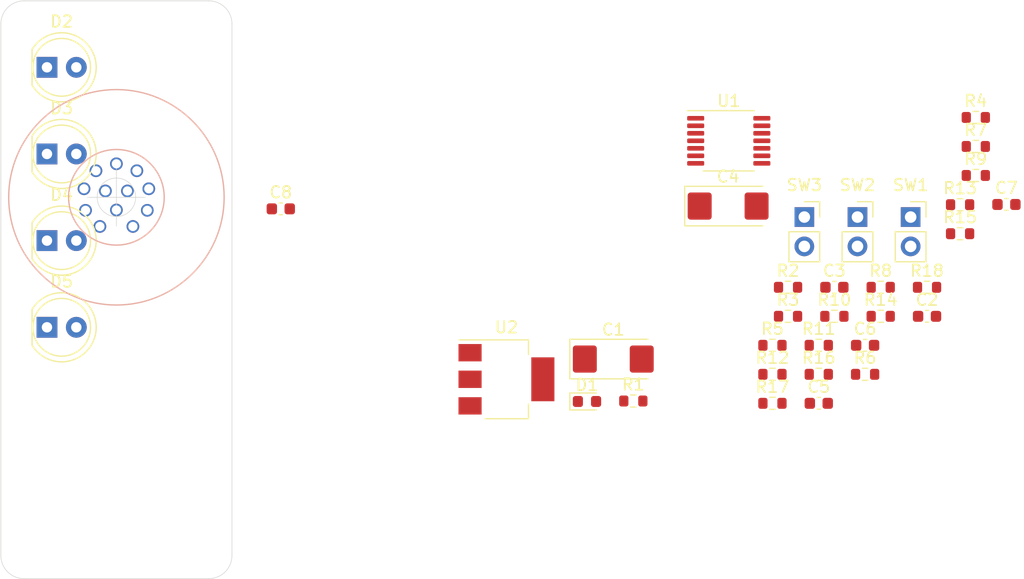
<source format=kicad_pcb>
(kicad_pcb (version 20171130) (host pcbnew "(5.1.12-1-10_14)")

  (general
    (thickness 1.6002)
    (drawings 27)
    (tracks 0)
    (zones 0)
    (modules 37)
    (nets 30)
  )

  (page A4)
  (layers
    (0 Front signal)
    (31 Back signal)
    (32 B.Adhes user)
    (33 F.Adhes user)
    (34 B.Paste user)
    (35 F.Paste user)
    (36 B.SilkS user)
    (37 F.SilkS user)
    (38 B.Mask user)
    (39 F.Mask user)
    (40 Dwgs.User user)
    (41 Cmts.User user)
    (42 Eco1.User user)
    (43 Eco2.User user)
    (44 Edge.Cuts user)
    (45 Margin user)
    (46 B.CrtYd user)
    (47 F.CrtYd user)
    (48 B.Fab user)
    (49 F.Fab user)
  )

  (setup
    (last_trace_width 0.127)
    (user_trace_width 0.15)
    (user_trace_width 0.2)
    (user_trace_width 0.4)
    (user_trace_width 0.6)
    (trace_clearance 0.127)
    (zone_clearance 0.508)
    (zone_45_only no)
    (trace_min 0.127)
    (via_size 0.6)
    (via_drill 0.3)
    (via_min_size 0.6)
    (via_min_drill 0.3)
    (user_via 0.6 0.3)
    (user_via 0.9 0.4)
    (uvia_size 0.6858)
    (uvia_drill 0.3302)
    (uvias_allowed no)
    (uvia_min_size 0.2)
    (uvia_min_drill 0.1)
    (edge_width 0.05)
    (segment_width 0.2)
    (pcb_text_width 0.3)
    (pcb_text_size 1.5 1.5)
    (mod_edge_width 0.12)
    (mod_text_size 1 1)
    (mod_text_width 0.15)
    (pad_size 1.524 1.524)
    (pad_drill 0.762)
    (pad_to_mask_clearance 0)
    (solder_mask_min_width 0.12)
    (aux_axis_origin 80 60)
    (visible_elements FFFFFF7F)
    (pcbplotparams
      (layerselection 0x010fc_ffffffff)
      (usegerberextensions false)
      (usegerberattributes true)
      (usegerberadvancedattributes true)
      (creategerberjobfile true)
      (excludeedgelayer true)
      (linewidth 0.100000)
      (plotframeref false)
      (viasonmask false)
      (mode 1)
      (useauxorigin false)
      (hpglpennumber 1)
      (hpglpenspeed 20)
      (hpglpendiameter 15.000000)
      (psnegative false)
      (psa4output false)
      (plotreference true)
      (plotvalue true)
      (plotinvisibletext false)
      (padsonsilk false)
      (subtractmaskfromsilk false)
      (outputformat 1)
      (mirror false)
      (drillshape 1)
      (scaleselection 1)
      (outputdirectory ""))
  )

  (net 0 "")
  (net 1 GND)
  (net 2 "Net-(C1-Pad1)")
  (net 3 BTN_TS)
  (net 4 +5V)
  (net 5 BTN_R2D)
  (net 6 CLK)
  (net 7 +12V)
  (net 8 "Net-(D2-Pad2)")
  (net 9 "Net-(D3-Pad2)")
  (net 10 "Net-(D4-Pad2)")
  (net 11 "Net-(D5-Pad1)")
  (net 12 ASB_LED)
  (net 13 AMS_LED)
  (net 14 TSOFF_LED)
  (net 15 "Net-(J1-Pad2)")
  (net 16 "Net-(J1-Pad1)")
  (net 17 SDC_IN)
  (net 18 SDC_OUT)
  (net 19 IDM_LED)
  (net 20 "Net-(R1-Pad2)")
  (net 21 "Net-(R2-Pad1)")
  (net 22 "Net-(R5-Pad2)")
  (net 23 "Net-(R6-Pad2)")
  (net 24 "Net-(R8-Pad1)")
  (net 25 "Net-(R10-Pad2)")
  (net 26 "Net-(R11-Pad1)")
  (net 27 "Net-(R15-Pad2)")
  (net 28 "Net-(R16-Pad1)")
  (net 29 "Net-(R18-Pad2)")

  (net_class Default "This is the default net class."
    (clearance 0.127)
    (trace_width 0.127)
    (via_dia 0.6)
    (via_drill 0.3)
    (uvia_dia 0.6858)
    (uvia_drill 0.3302)
    (diff_pair_width 0.1524)
    (diff_pair_gap 0.254)
    (add_net +12V)
    (add_net +5V)
    (add_net AMS_LED)
    (add_net ASB_LED)
    (add_net BTN_R2D)
    (add_net BTN_TS)
    (add_net CLK)
    (add_net GND)
    (add_net IDM_LED)
    (add_net "Net-(C1-Pad1)")
    (add_net "Net-(D2-Pad2)")
    (add_net "Net-(D3-Pad2)")
    (add_net "Net-(D4-Pad2)")
    (add_net "Net-(D5-Pad1)")
    (add_net "Net-(J1-Pad1)")
    (add_net "Net-(J1-Pad2)")
    (add_net "Net-(R1-Pad2)")
    (add_net "Net-(R10-Pad2)")
    (add_net "Net-(R11-Pad1)")
    (add_net "Net-(R15-Pad2)")
    (add_net "Net-(R16-Pad1)")
    (add_net "Net-(R18-Pad2)")
    (add_net "Net-(R2-Pad1)")
    (add_net "Net-(R5-Pad2)")
    (add_net "Net-(R6-Pad2)")
    (add_net "Net-(R8-Pad1)")
    (add_net SDC_IN)
    (add_net SDC_OUT)
    (add_net TSOFF_LED)
  )

  (module Binder:Binder_M12-A_12P_Female_NoSilk (layer Back) (tedit 61C3A7F6) (tstamp 61C3DC12)
    (at 90 77)
    (path /61D01013)
    (fp_text reference J1 (at 0 10.045) (layer B.SilkS) hide
      (effects (font (size 1 1) (thickness 0.15)) (justify mirror))
    )
    (fp_text value Conn_01x12_Male (at 0 -10.045) (layer B.Fab) hide
      (effects (font (size 1 1) (thickness 0.15)) (justify mirror))
    )
    (fp_arc (start 0 3.7) (end -0.6 3.7) (angle 180) (layer B.Fab) (width 0.12))
    (fp_line (start -0.6 3.7) (end -0.6 4.1) (layer B.Fab) (width 0.12))
    (fp_line (start 0.6 3.7) (end 0.6 4.1) (layer B.Fab) (width 0.12))
    (fp_circle (center 0 0.1) (end 0 4.2) (layer B.Fab) (width 0.12))
    (fp_circle (center 0 0) (end 0 -9.37) (layer B.CrtYd) (width 0.05))
    (fp_circle (center 0 0) (end 9 0) (layer Dwgs.User) (width 0.1))
    (fp_circle (center 0 0) (end 1.27 -3.937) (layer B.SilkS) (width 0.12))
    (fp_circle (center 0 0) (end 3.81 -8.509) (layer B.SilkS) (width 0.12))
    (pad 9 thru_hole circle (at -2.672 1.127) (size 1.1 1.1) (drill 0.8) (layers *.Cu *.Mask)
      (net 12 ASB_LED))
    (pad 8 thru_hole circle (at -2.804 -0.738) (size 1.1 1.1) (drill 0.8) (layers *.Cu *.Mask)
      (net 13 AMS_LED))
    (pad 7 thru_hole circle (at -1.77 -2.297) (size 1.1 1.1) (drill 0.8) (layers *.Cu *.Mask)
      (net 14 TSOFF_LED))
    (pad 6 thru_hole circle (at 0 -2.9) (size 1.1 1.1) (drill 0.8) (layers *.Cu *.Mask)
      (net 3 BTN_TS))
    (pad 5 thru_hole circle (at 1.77 -2.297) (size 1.1 1.1) (drill 0.8) (layers *.Cu *.Mask)
      (net 5 BTN_R2D))
    (pad 4 thru_hole circle (at 2.804 -0.738) (size 1.1 1.1) (drill 0.8) (layers *.Cu *.Mask)
      (net 7 +12V))
    (pad 3 thru_hole circle (at 2.672 1.127) (size 1.1 1.1) (drill 0.8) (layers *.Cu *.Mask)
      (net 1 GND))
    (pad 2 thru_hole circle (at 1.428 2.524) (size 1.1 1.1) (drill 0.8) (layers *.Cu *.Mask)
      (net 15 "Net-(J1-Pad2)"))
    (pad 1 thru_hole circle (at -1.428 2.524) (size 1.1 1.1) (drill 0.8) (layers *.Cu *.Mask)
      (net 16 "Net-(J1-Pad1)"))
    (pad 12 thru_hole circle (at -0.952627 -0.55) (size 1.1 1.1) (drill 0.8) (layers *.Cu *.Mask)
      (net 17 SDC_IN))
    (pad 11 thru_hole circle (at 0.952627 -0.549999) (size 1.1 1.1) (drill 0.8) (layers *.Cu *.Mask)
      (net 18 SDC_OUT))
    (pad 10 thru_hole circle (at 0 1.1) (size 1.1 1.1) (drill 0.8) (layers *.Cu *.Mask)
      (net 19 IDM_LED))
    (model ${KIPRJMOD}/libaries/Binder.3dshapes/Binder.3dshapes/Binder_SACC-DSI-M12MS-12CON-M16.stp
      (offset (xyz 12.7 0 -2.45))
      (scale (xyz 1 1 1))
      (rotate (xyz 0 -180 -45))
    )
  )

  (module Capacitor_SMD:C_0603_1608Metric (layer Front) (tedit 5F68FEEE) (tstamp 61C3E532)
    (at 104.225 78)
    (descr "Capacitor SMD 0603 (1608 Metric), square (rectangular) end terminal, IPC_7351 nominal, (Body size source: IPC-SM-782 page 76, https://www.pcb-3d.com/wordpress/wp-content/uploads/ipc-sm-782a_amendment_1_and_2.pdf), generated with kicad-footprint-generator")
    (tags capacitor)
    (path /61C80A98)
    (attr smd)
    (fp_text reference C8 (at 0 -1.43) (layer F.SilkS)
      (effects (font (size 1 1) (thickness 0.15)))
    )
    (fp_text value 100n (at 0 1.43) (layer F.Fab)
      (effects (font (size 1 1) (thickness 0.15)))
    )
    (fp_text user %R (at 0 0) (layer F.Fab)
      (effects (font (size 0.4 0.4) (thickness 0.06)))
    )
    (fp_line (start -0.8 0.4) (end -0.8 -0.4) (layer F.Fab) (width 0.1))
    (fp_line (start -0.8 -0.4) (end 0.8 -0.4) (layer F.Fab) (width 0.1))
    (fp_line (start 0.8 -0.4) (end 0.8 0.4) (layer F.Fab) (width 0.1))
    (fp_line (start 0.8 0.4) (end -0.8 0.4) (layer F.Fab) (width 0.1))
    (fp_line (start -0.14058 -0.51) (end 0.14058 -0.51) (layer F.SilkS) (width 0.12))
    (fp_line (start -0.14058 0.51) (end 0.14058 0.51) (layer F.SilkS) (width 0.12))
    (fp_line (start -1.48 0.73) (end -1.48 -0.73) (layer F.CrtYd) (width 0.05))
    (fp_line (start -1.48 -0.73) (end 1.48 -0.73) (layer F.CrtYd) (width 0.05))
    (fp_line (start 1.48 -0.73) (end 1.48 0.73) (layer F.CrtYd) (width 0.05))
    (fp_line (start 1.48 0.73) (end -1.48 0.73) (layer F.CrtYd) (width 0.05))
    (pad 2 smd roundrect (at 0.775 0) (size 0.9 0.95) (layers Front F.Paste F.Mask) (roundrect_rratio 0.25)
      (net 1 GND))
    (pad 1 smd roundrect (at -0.775 0) (size 0.9 0.95) (layers Front F.Paste F.Mask) (roundrect_rratio 0.25)
      (net 2 "Net-(C1-Pad1)"))
    (model ${KISYS3DMOD}/Capacitor_SMD.3dshapes/C_0603_1608Metric.wrl
      (at (xyz 0 0 0))
      (scale (xyz 1 1 1))
      (rotate (xyz 0 0 0))
    )
  )

  (module Package_TO_SOT_SMD:SOT-223-3_TabPin2 (layer Front) (tedit 5A02FF57) (tstamp 61C3A75B)
    (at 123.755 92.75)
    (descr "module CMS SOT223 4 pins")
    (tags "CMS SOT")
    (path /61E7CB2D)
    (attr smd)
    (fp_text reference U2 (at 0 -4.5) (layer F.SilkS)
      (effects (font (size 1 1) (thickness 0.15)))
    )
    (fp_text value AMS1117-5.0 (at 0 4.5) (layer F.Fab)
      (effects (font (size 1 1) (thickness 0.15)))
    )
    (fp_text user %R (at 0 0 90) (layer F.Fab)
      (effects (font (size 0.8 0.8) (thickness 0.12)))
    )
    (fp_line (start 1.91 3.41) (end 1.91 2.15) (layer F.SilkS) (width 0.12))
    (fp_line (start 1.91 -3.41) (end 1.91 -2.15) (layer F.SilkS) (width 0.12))
    (fp_line (start 4.4 -3.6) (end -4.4 -3.6) (layer F.CrtYd) (width 0.05))
    (fp_line (start 4.4 3.6) (end 4.4 -3.6) (layer F.CrtYd) (width 0.05))
    (fp_line (start -4.4 3.6) (end 4.4 3.6) (layer F.CrtYd) (width 0.05))
    (fp_line (start -4.4 -3.6) (end -4.4 3.6) (layer F.CrtYd) (width 0.05))
    (fp_line (start -1.85 -2.35) (end -0.85 -3.35) (layer F.Fab) (width 0.1))
    (fp_line (start -1.85 -2.35) (end -1.85 3.35) (layer F.Fab) (width 0.1))
    (fp_line (start -1.85 3.41) (end 1.91 3.41) (layer F.SilkS) (width 0.12))
    (fp_line (start -0.85 -3.35) (end 1.85 -3.35) (layer F.Fab) (width 0.1))
    (fp_line (start -4.1 -3.41) (end 1.91 -3.41) (layer F.SilkS) (width 0.12))
    (fp_line (start -1.85 3.35) (end 1.85 3.35) (layer F.Fab) (width 0.1))
    (fp_line (start 1.85 -3.35) (end 1.85 3.35) (layer F.Fab) (width 0.1))
    (pad 1 smd rect (at -3.15 -2.3) (size 2 1.5) (layers Front F.Paste F.Mask)
      (net 1 GND))
    (pad 3 smd rect (at -3.15 2.3) (size 2 1.5) (layers Front F.Paste F.Mask)
      (net 2 "Net-(C1-Pad1)"))
    (pad 2 smd rect (at -3.15 0) (size 2 1.5) (layers Front F.Paste F.Mask)
      (net 4 +5V))
    (pad 2 smd rect (at 3.15 0) (size 2 3.8) (layers Front F.Paste F.Mask)
      (net 4 +5V))
    (model ${KISYS3DMOD}/Package_TO_SOT_SMD.3dshapes/SOT-223.wrl
      (at (xyz 0 0 0))
      (scale (xyz 1 1 1))
      (rotate (xyz 0 0 0))
    )
  )

  (module Package_SO:TSSOP-14_4.4x5mm_P0.65mm (layer Front) (tedit 5E476F32) (tstamp 61C3DE1E)
    (at 142.995 72.11)
    (descr "TSSOP, 14 Pin (JEDEC MO-153 Var AB-1 https://www.jedec.org/document_search?search_api_views_fulltext=MO-153), generated with kicad-footprint-generator ipc_gullwing_generator.py")
    (tags "TSSOP SO")
    (path /62036668)
    (attr smd)
    (fp_text reference U1 (at 0 -3.45) (layer F.SilkS)
      (effects (font (size 1 1) (thickness 0.15)))
    )
    (fp_text value 7400 (at 0 3.45) (layer F.Fab)
      (effects (font (size 1 1) (thickness 0.15)))
    )
    (fp_text user %R (at 0 0) (layer F.Fab)
      (effects (font (size 1 1) (thickness 0.15)))
    )
    (fp_line (start 0 2.61) (end 2.2 2.61) (layer F.SilkS) (width 0.12))
    (fp_line (start 0 2.61) (end -2.2 2.61) (layer F.SilkS) (width 0.12))
    (fp_line (start 0 -2.61) (end 2.2 -2.61) (layer F.SilkS) (width 0.12))
    (fp_line (start 0 -2.61) (end -3.6 -2.61) (layer F.SilkS) (width 0.12))
    (fp_line (start -1.2 -2.5) (end 2.2 -2.5) (layer F.Fab) (width 0.1))
    (fp_line (start 2.2 -2.5) (end 2.2 2.5) (layer F.Fab) (width 0.1))
    (fp_line (start 2.2 2.5) (end -2.2 2.5) (layer F.Fab) (width 0.1))
    (fp_line (start -2.2 2.5) (end -2.2 -1.5) (layer F.Fab) (width 0.1))
    (fp_line (start -2.2 -1.5) (end -1.2 -2.5) (layer F.Fab) (width 0.1))
    (fp_line (start -3.85 -2.75) (end -3.85 2.75) (layer F.CrtYd) (width 0.05))
    (fp_line (start -3.85 2.75) (end 3.85 2.75) (layer F.CrtYd) (width 0.05))
    (fp_line (start 3.85 2.75) (end 3.85 -2.75) (layer F.CrtYd) (width 0.05))
    (fp_line (start 3.85 -2.75) (end -3.85 -2.75) (layer F.CrtYd) (width 0.05))
    (pad 14 smd roundrect (at 2.8625 -1.95) (size 1.475 0.4) (layers Front F.Paste F.Mask) (roundrect_rratio 0.25)
      (net 4 +5V))
    (pad 13 smd roundrect (at 2.8625 -1.3) (size 1.475 0.4) (layers Front F.Paste F.Mask) (roundrect_rratio 0.25)
      (net 28 "Net-(R16-Pad1)"))
    (pad 12 smd roundrect (at 2.8625 -0.65) (size 1.475 0.4) (layers Front F.Paste F.Mask) (roundrect_rratio 0.25)
      (net 28 "Net-(R16-Pad1)"))
    (pad 11 smd roundrect (at 2.8625 0) (size 1.475 0.4) (layers Front F.Paste F.Mask) (roundrect_rratio 0.25)
      (net 29 "Net-(R18-Pad2)"))
    (pad 10 smd roundrect (at 2.8625 0.65) (size 1.475 0.4) (layers Front F.Paste F.Mask) (roundrect_rratio 0.25)
      (net 6 CLK))
    (pad 9 smd roundrect (at 2.8625 1.3) (size 1.475 0.4) (layers Front F.Paste F.Mask) (roundrect_rratio 0.25)
      (net 26 "Net-(R11-Pad1)"))
    (pad 8 smd roundrect (at 2.8625 1.95) (size 1.475 0.4) (layers Front F.Paste F.Mask) (roundrect_rratio 0.25)
      (net 27 "Net-(R15-Pad2)"))
    (pad 7 smd roundrect (at -2.8625 1.95) (size 1.475 0.4) (layers Front F.Paste F.Mask) (roundrect_rratio 0.25)
      (net 1 GND))
    (pad 6 smd roundrect (at -2.8625 1.3) (size 1.475 0.4) (layers Front F.Paste F.Mask) (roundrect_rratio 0.25)
      (net 25 "Net-(R10-Pad2)"))
    (pad 5 smd roundrect (at -2.8625 0.65) (size 1.475 0.4) (layers Front F.Paste F.Mask) (roundrect_rratio 0.25)
      (net 24 "Net-(R8-Pad1)"))
    (pad 4 smd roundrect (at -2.8625 0) (size 1.475 0.4) (layers Front F.Paste F.Mask) (roundrect_rratio 0.25)
      (net 6 CLK))
    (pad 3 smd roundrect (at -2.8625 -0.65) (size 1.475 0.4) (layers Front F.Paste F.Mask) (roundrect_rratio 0.25)
      (net 22 "Net-(R5-Pad2)"))
    (pad 2 smd roundrect (at -2.8625 -1.3) (size 1.475 0.4) (layers Front F.Paste F.Mask) (roundrect_rratio 0.25)
      (net 21 "Net-(R2-Pad1)"))
    (pad 1 smd roundrect (at -2.8625 -1.95) (size 1.475 0.4) (layers Front F.Paste F.Mask) (roundrect_rratio 0.25)
      (net 6 CLK))
    (model ${KISYS3DMOD}/Package_SO.3dshapes/TSSOP-14_4.4x5mm_P0.65mm.wrl
      (at (xyz 0 0 0))
      (scale (xyz 1 1 1))
      (rotate (xyz 0 0 0))
    )
  )

  (module Connector_PinSocket_2.54mm:PinSocket_1x02_P2.54mm_Vertical (layer Front) (tedit 5A19A420) (tstamp 61C3A725)
    (at 149.535 78.71)
    (descr "Through hole straight socket strip, 1x02, 2.54mm pitch, single row (from Kicad 4.0.7), script generated")
    (tags "Through hole socket strip THT 1x02 2.54mm single row")
    (path /61CDA6ED)
    (fp_text reference SW3 (at 0 -2.77) (layer F.SilkS)
      (effects (font (size 1 1) (thickness 0.15)))
    )
    (fp_text value SW_Push_Open (at 0 5.31) (layer F.Fab)
      (effects (font (size 1 1) (thickness 0.15)))
    )
    (fp_text user %R (at 0 1.27 90) (layer F.Fab)
      (effects (font (size 1 1) (thickness 0.15)))
    )
    (fp_line (start -1.27 -1.27) (end 0.635 -1.27) (layer F.Fab) (width 0.1))
    (fp_line (start 0.635 -1.27) (end 1.27 -0.635) (layer F.Fab) (width 0.1))
    (fp_line (start 1.27 -0.635) (end 1.27 3.81) (layer F.Fab) (width 0.1))
    (fp_line (start 1.27 3.81) (end -1.27 3.81) (layer F.Fab) (width 0.1))
    (fp_line (start -1.27 3.81) (end -1.27 -1.27) (layer F.Fab) (width 0.1))
    (fp_line (start -1.33 1.27) (end 1.33 1.27) (layer F.SilkS) (width 0.12))
    (fp_line (start -1.33 1.27) (end -1.33 3.87) (layer F.SilkS) (width 0.12))
    (fp_line (start -1.33 3.87) (end 1.33 3.87) (layer F.SilkS) (width 0.12))
    (fp_line (start 1.33 1.27) (end 1.33 3.87) (layer F.SilkS) (width 0.12))
    (fp_line (start 1.33 -1.33) (end 1.33 0) (layer F.SilkS) (width 0.12))
    (fp_line (start 0 -1.33) (end 1.33 -1.33) (layer F.SilkS) (width 0.12))
    (fp_line (start -1.8 -1.8) (end 1.75 -1.8) (layer F.CrtYd) (width 0.05))
    (fp_line (start 1.75 -1.8) (end 1.75 4.3) (layer F.CrtYd) (width 0.05))
    (fp_line (start 1.75 4.3) (end -1.8 4.3) (layer F.CrtYd) (width 0.05))
    (fp_line (start -1.8 4.3) (end -1.8 -1.8) (layer F.CrtYd) (width 0.05))
    (pad 2 thru_hole oval (at 0 2.54) (size 1.7 1.7) (drill 1) (layers *.Cu *.Mask)
      (net 18 SDC_OUT))
    (pad 1 thru_hole rect (at 0 0) (size 1.7 1.7) (drill 1) (layers *.Cu *.Mask)
      (net 17 SDC_IN))
    (model ${KISYS3DMOD}/Connector_PinSocket_2.54mm.3dshapes/PinSocket_1x02_P2.54mm_Vertical.wrl
      (at (xyz 0 0 0))
      (scale (xyz 1 1 1))
      (rotate (xyz 0 0 0))
    )
  )

  (module Connector_PinSocket_2.54mm:PinSocket_1x02_P2.54mm_Vertical (layer Front) (tedit 5A19A420) (tstamp 61C3A70F)
    (at 154.135 78.71)
    (descr "Through hole straight socket strip, 1x02, 2.54mm pitch, single row (from Kicad 4.0.7), script generated")
    (tags "Through hole socket strip THT 1x02 2.54mm single row")
    (path /61CD079D)
    (fp_text reference SW2 (at 0 -2.77) (layer F.SilkS)
      (effects (font (size 1 1) (thickness 0.15)))
    )
    (fp_text value SW_Push (at 0 5.31) (layer F.Fab)
      (effects (font (size 1 1) (thickness 0.15)))
    )
    (fp_text user %R (at 0 1.27 90) (layer F.Fab)
      (effects (font (size 1 1) (thickness 0.15)))
    )
    (fp_line (start -1.27 -1.27) (end 0.635 -1.27) (layer F.Fab) (width 0.1))
    (fp_line (start 0.635 -1.27) (end 1.27 -0.635) (layer F.Fab) (width 0.1))
    (fp_line (start 1.27 -0.635) (end 1.27 3.81) (layer F.Fab) (width 0.1))
    (fp_line (start 1.27 3.81) (end -1.27 3.81) (layer F.Fab) (width 0.1))
    (fp_line (start -1.27 3.81) (end -1.27 -1.27) (layer F.Fab) (width 0.1))
    (fp_line (start -1.33 1.27) (end 1.33 1.27) (layer F.SilkS) (width 0.12))
    (fp_line (start -1.33 1.27) (end -1.33 3.87) (layer F.SilkS) (width 0.12))
    (fp_line (start -1.33 3.87) (end 1.33 3.87) (layer F.SilkS) (width 0.12))
    (fp_line (start 1.33 1.27) (end 1.33 3.87) (layer F.SilkS) (width 0.12))
    (fp_line (start 1.33 -1.33) (end 1.33 0) (layer F.SilkS) (width 0.12))
    (fp_line (start 0 -1.33) (end 1.33 -1.33) (layer F.SilkS) (width 0.12))
    (fp_line (start -1.8 -1.8) (end 1.75 -1.8) (layer F.CrtYd) (width 0.05))
    (fp_line (start 1.75 -1.8) (end 1.75 4.3) (layer F.CrtYd) (width 0.05))
    (fp_line (start 1.75 4.3) (end -1.8 4.3) (layer F.CrtYd) (width 0.05))
    (fp_line (start -1.8 4.3) (end -1.8 -1.8) (layer F.CrtYd) (width 0.05))
    (pad 2 thru_hole oval (at 0 2.54) (size 1.7 1.7) (drill 1) (layers *.Cu *.Mask)
      (net 23 "Net-(R6-Pad2)"))
    (pad 1 thru_hole rect (at 0 0) (size 1.7 1.7) (drill 1) (layers *.Cu *.Mask)
      (net 1 GND))
    (model ${KISYS3DMOD}/Connector_PinSocket_2.54mm.3dshapes/PinSocket_1x02_P2.54mm_Vertical.wrl
      (at (xyz 0 0 0))
      (scale (xyz 1 1 1))
      (rotate (xyz 0 0 0))
    )
  )

  (module Connector_PinSocket_2.54mm:PinSocket_1x02_P2.54mm_Vertical (layer Front) (tedit 5A19A420) (tstamp 61C3A6F9)
    (at 158.735 78.71)
    (descr "Through hole straight socket strip, 1x02, 2.54mm pitch, single row (from Kicad 4.0.7), script generated")
    (tags "Through hole socket strip THT 1x02 2.54mm single row")
    (path /61CC6C98)
    (fp_text reference SW1 (at 0 -2.77) (layer F.SilkS)
      (effects (font (size 1 1) (thickness 0.15)))
    )
    (fp_text value SW_Push (at 0 5.31) (layer F.Fab)
      (effects (font (size 1 1) (thickness 0.15)))
    )
    (fp_text user %R (at 0 1.27 90) (layer F.Fab)
      (effects (font (size 1 1) (thickness 0.15)))
    )
    (fp_line (start -1.27 -1.27) (end 0.635 -1.27) (layer F.Fab) (width 0.1))
    (fp_line (start 0.635 -1.27) (end 1.27 -0.635) (layer F.Fab) (width 0.1))
    (fp_line (start 1.27 -0.635) (end 1.27 3.81) (layer F.Fab) (width 0.1))
    (fp_line (start 1.27 3.81) (end -1.27 3.81) (layer F.Fab) (width 0.1))
    (fp_line (start -1.27 3.81) (end -1.27 -1.27) (layer F.Fab) (width 0.1))
    (fp_line (start -1.33 1.27) (end 1.33 1.27) (layer F.SilkS) (width 0.12))
    (fp_line (start -1.33 1.27) (end -1.33 3.87) (layer F.SilkS) (width 0.12))
    (fp_line (start -1.33 3.87) (end 1.33 3.87) (layer F.SilkS) (width 0.12))
    (fp_line (start 1.33 1.27) (end 1.33 3.87) (layer F.SilkS) (width 0.12))
    (fp_line (start 1.33 -1.33) (end 1.33 0) (layer F.SilkS) (width 0.12))
    (fp_line (start 0 -1.33) (end 1.33 -1.33) (layer F.SilkS) (width 0.12))
    (fp_line (start -1.8 -1.8) (end 1.75 -1.8) (layer F.CrtYd) (width 0.05))
    (fp_line (start 1.75 -1.8) (end 1.75 4.3) (layer F.CrtYd) (width 0.05))
    (fp_line (start 1.75 4.3) (end -1.8 4.3) (layer F.CrtYd) (width 0.05))
    (fp_line (start -1.8 4.3) (end -1.8 -1.8) (layer F.CrtYd) (width 0.05))
    (pad 2 thru_hole oval (at 0 2.54) (size 1.7 1.7) (drill 1) (layers *.Cu *.Mask)
      (net 20 "Net-(R1-Pad2)"))
    (pad 1 thru_hole rect (at 0 0) (size 1.7 1.7) (drill 1) (layers *.Cu *.Mask)
      (net 1 GND))
    (model ${KISYS3DMOD}/Connector_PinSocket_2.54mm.3dshapes/PinSocket_1x02_P2.54mm_Vertical.wrl
      (at (xyz 0 0 0))
      (scale (xyz 1 1 1))
      (rotate (xyz 0 0 0))
    )
  )

  (module Resistor_SMD:R_0603_1608Metric (layer Front) (tedit 5F68FEEE) (tstamp 61C3A6E3)
    (at 160.155 84.79)
    (descr "Resistor SMD 0603 (1608 Metric), square (rectangular) end terminal, IPC_7351 nominal, (Body size source: IPC-SM-782 page 72, https://www.pcb-3d.com/wordpress/wp-content/uploads/ipc-sm-782a_amendment_1_and_2.pdf), generated with kicad-footprint-generator")
    (tags resistor)
    (path /61DE2E7A)
    (attr smd)
    (fp_text reference R18 (at 0 -1.43) (layer F.SilkS)
      (effects (font (size 1 1) (thickness 0.15)))
    )
    (fp_text value 200 (at 0 1.43) (layer F.Fab)
      (effects (font (size 1 1) (thickness 0.15)))
    )
    (fp_text user %R (at 0 0) (layer F.Fab)
      (effects (font (size 0.4 0.4) (thickness 0.06)))
    )
    (fp_line (start -0.8 0.4125) (end -0.8 -0.4125) (layer F.Fab) (width 0.1))
    (fp_line (start -0.8 -0.4125) (end 0.8 -0.4125) (layer F.Fab) (width 0.1))
    (fp_line (start 0.8 -0.4125) (end 0.8 0.4125) (layer F.Fab) (width 0.1))
    (fp_line (start 0.8 0.4125) (end -0.8 0.4125) (layer F.Fab) (width 0.1))
    (fp_line (start -0.237258 -0.5225) (end 0.237258 -0.5225) (layer F.SilkS) (width 0.12))
    (fp_line (start -0.237258 0.5225) (end 0.237258 0.5225) (layer F.SilkS) (width 0.12))
    (fp_line (start -1.48 0.73) (end -1.48 -0.73) (layer F.CrtYd) (width 0.05))
    (fp_line (start -1.48 -0.73) (end 1.48 -0.73) (layer F.CrtYd) (width 0.05))
    (fp_line (start 1.48 -0.73) (end 1.48 0.73) (layer F.CrtYd) (width 0.05))
    (fp_line (start 1.48 0.73) (end -1.48 0.73) (layer F.CrtYd) (width 0.05))
    (pad 2 smd roundrect (at 0.825 0) (size 0.8 0.95) (layers Front F.Paste F.Mask) (roundrect_rratio 0.25)
      (net 29 "Net-(R18-Pad2)"))
    (pad 1 smd roundrect (at -0.825 0) (size 0.8 0.95) (layers Front F.Paste F.Mask) (roundrect_rratio 0.25)
      (net 11 "Net-(D5-Pad1)"))
    (model ${KISYS3DMOD}/Resistor_SMD.3dshapes/R_0603_1608Metric.wrl
      (at (xyz 0 0 0))
      (scale (xyz 1 1 1))
      (rotate (xyz 0 0 0))
    )
  )

  (module Resistor_SMD:R_0603_1608Metric (layer Front) (tedit 5F68FEEE) (tstamp 61C3A6D2)
    (at 146.775 94.83)
    (descr "Resistor SMD 0603 (1608 Metric), square (rectangular) end terminal, IPC_7351 nominal, (Body size source: IPC-SM-782 page 72, https://www.pcb-3d.com/wordpress/wp-content/uploads/ipc-sm-782a_amendment_1_and_2.pdf), generated with kicad-footprint-generator")
    (tags resistor)
    (path /61DE2E6C)
    (attr smd)
    (fp_text reference R17 (at 0 -1.43) (layer F.SilkS)
      (effects (font (size 1 1) (thickness 0.15)))
    )
    (fp_text value 10k (at 0 1.43) (layer F.Fab)
      (effects (font (size 1 1) (thickness 0.15)))
    )
    (fp_text user %R (at 0 0) (layer F.Fab)
      (effects (font (size 0.4 0.4) (thickness 0.06)))
    )
    (fp_line (start -0.8 0.4125) (end -0.8 -0.4125) (layer F.Fab) (width 0.1))
    (fp_line (start -0.8 -0.4125) (end 0.8 -0.4125) (layer F.Fab) (width 0.1))
    (fp_line (start 0.8 -0.4125) (end 0.8 0.4125) (layer F.Fab) (width 0.1))
    (fp_line (start 0.8 0.4125) (end -0.8 0.4125) (layer F.Fab) (width 0.1))
    (fp_line (start -0.237258 -0.5225) (end 0.237258 -0.5225) (layer F.SilkS) (width 0.12))
    (fp_line (start -0.237258 0.5225) (end 0.237258 0.5225) (layer F.SilkS) (width 0.12))
    (fp_line (start -1.48 0.73) (end -1.48 -0.73) (layer F.CrtYd) (width 0.05))
    (fp_line (start -1.48 -0.73) (end 1.48 -0.73) (layer F.CrtYd) (width 0.05))
    (fp_line (start 1.48 -0.73) (end 1.48 0.73) (layer F.CrtYd) (width 0.05))
    (fp_line (start 1.48 0.73) (end -1.48 0.73) (layer F.CrtYd) (width 0.05))
    (pad 2 smd roundrect (at 0.825 0) (size 0.8 0.95) (layers Front F.Paste F.Mask) (roundrect_rratio 0.25)
      (net 1 GND))
    (pad 1 smd roundrect (at -0.825 0) (size 0.8 0.95) (layers Front F.Paste F.Mask) (roundrect_rratio 0.25)
      (net 28 "Net-(R16-Pad1)"))
    (model ${KISYS3DMOD}/Resistor_SMD.3dshapes/R_0603_1608Metric.wrl
      (at (xyz 0 0 0))
      (scale (xyz 1 1 1))
      (rotate (xyz 0 0 0))
    )
  )

  (module Resistor_SMD:R_0603_1608Metric (layer Front) (tedit 5F68FEEE) (tstamp 61C3A6C1)
    (at 150.785 92.32)
    (descr "Resistor SMD 0603 (1608 Metric), square (rectangular) end terminal, IPC_7351 nominal, (Body size source: IPC-SM-782 page 72, https://www.pcb-3d.com/wordpress/wp-content/uploads/ipc-sm-782a_amendment_1_and_2.pdf), generated with kicad-footprint-generator")
    (tags resistor)
    (path /6214FD71)
    (attr smd)
    (fp_text reference R16 (at 0 -1.43) (layer F.SilkS)
      (effects (font (size 1 1) (thickness 0.15)))
    )
    (fp_text value 100 (at 0 1.43) (layer F.Fab)
      (effects (font (size 1 1) (thickness 0.15)))
    )
    (fp_text user %R (at 0 0) (layer F.Fab)
      (effects (font (size 0.4 0.4) (thickness 0.06)))
    )
    (fp_line (start -0.8 0.4125) (end -0.8 -0.4125) (layer F.Fab) (width 0.1))
    (fp_line (start -0.8 -0.4125) (end 0.8 -0.4125) (layer F.Fab) (width 0.1))
    (fp_line (start 0.8 -0.4125) (end 0.8 0.4125) (layer F.Fab) (width 0.1))
    (fp_line (start 0.8 0.4125) (end -0.8 0.4125) (layer F.Fab) (width 0.1))
    (fp_line (start -0.237258 -0.5225) (end 0.237258 -0.5225) (layer F.SilkS) (width 0.12))
    (fp_line (start -0.237258 0.5225) (end 0.237258 0.5225) (layer F.SilkS) (width 0.12))
    (fp_line (start -1.48 0.73) (end -1.48 -0.73) (layer F.CrtYd) (width 0.05))
    (fp_line (start -1.48 -0.73) (end 1.48 -0.73) (layer F.CrtYd) (width 0.05))
    (fp_line (start 1.48 -0.73) (end 1.48 0.73) (layer F.CrtYd) (width 0.05))
    (fp_line (start 1.48 0.73) (end -1.48 0.73) (layer F.CrtYd) (width 0.05))
    (pad 2 smd roundrect (at 0.825 0) (size 0.8 0.95) (layers Front F.Paste F.Mask) (roundrect_rratio 0.25)
      (net 14 TSOFF_LED))
    (pad 1 smd roundrect (at -0.825 0) (size 0.8 0.95) (layers Front F.Paste F.Mask) (roundrect_rratio 0.25)
      (net 28 "Net-(R16-Pad1)"))
    (model ${KISYS3DMOD}/Resistor_SMD.3dshapes/R_0603_1608Metric.wrl
      (at (xyz 0 0 0))
      (scale (xyz 1 1 1))
      (rotate (xyz 0 0 0))
    )
  )

  (module Resistor_SMD:R_0603_1608Metric (layer Front) (tedit 5F68FEEE) (tstamp 61C3A6B0)
    (at 163.015 80.15)
    (descr "Resistor SMD 0603 (1608 Metric), square (rectangular) end terminal, IPC_7351 nominal, (Body size source: IPC-SM-782 page 72, https://www.pcb-3d.com/wordpress/wp-content/uploads/ipc-sm-782a_amendment_1_and_2.pdf), generated with kicad-footprint-generator")
    (tags resistor)
    (path /61DD9608)
    (attr smd)
    (fp_text reference R15 (at 0 -1.43) (layer F.SilkS)
      (effects (font (size 1 1) (thickness 0.15)))
    )
    (fp_text value 200 (at 0 1.43) (layer F.Fab)
      (effects (font (size 1 1) (thickness 0.15)))
    )
    (fp_text user %R (at 0 0) (layer F.Fab)
      (effects (font (size 0.4 0.4) (thickness 0.06)))
    )
    (fp_line (start -0.8 0.4125) (end -0.8 -0.4125) (layer F.Fab) (width 0.1))
    (fp_line (start -0.8 -0.4125) (end 0.8 -0.4125) (layer F.Fab) (width 0.1))
    (fp_line (start 0.8 -0.4125) (end 0.8 0.4125) (layer F.Fab) (width 0.1))
    (fp_line (start 0.8 0.4125) (end -0.8 0.4125) (layer F.Fab) (width 0.1))
    (fp_line (start -0.237258 -0.5225) (end 0.237258 -0.5225) (layer F.SilkS) (width 0.12))
    (fp_line (start -0.237258 0.5225) (end 0.237258 0.5225) (layer F.SilkS) (width 0.12))
    (fp_line (start -1.48 0.73) (end -1.48 -0.73) (layer F.CrtYd) (width 0.05))
    (fp_line (start -1.48 -0.73) (end 1.48 -0.73) (layer F.CrtYd) (width 0.05))
    (fp_line (start 1.48 -0.73) (end 1.48 0.73) (layer F.CrtYd) (width 0.05))
    (fp_line (start 1.48 0.73) (end -1.48 0.73) (layer F.CrtYd) (width 0.05))
    (pad 2 smd roundrect (at 0.825 0) (size 0.8 0.95) (layers Front F.Paste F.Mask) (roundrect_rratio 0.25)
      (net 27 "Net-(R15-Pad2)"))
    (pad 1 smd roundrect (at -0.825 0) (size 0.8 0.95) (layers Front F.Paste F.Mask) (roundrect_rratio 0.25)
      (net 10 "Net-(D4-Pad2)"))
    (model ${KISYS3DMOD}/Resistor_SMD.3dshapes/R_0603_1608Metric.wrl
      (at (xyz 0 0 0))
      (scale (xyz 1 1 1))
      (rotate (xyz 0 0 0))
    )
  )

  (module Resistor_SMD:R_0603_1608Metric (layer Front) (tedit 5F68FEEE) (tstamp 61C3A69F)
    (at 156.145 87.3)
    (descr "Resistor SMD 0603 (1608 Metric), square (rectangular) end terminal, IPC_7351 nominal, (Body size source: IPC-SM-782 page 72, https://www.pcb-3d.com/wordpress/wp-content/uploads/ipc-sm-782a_amendment_1_and_2.pdf), generated with kicad-footprint-generator")
    (tags resistor)
    (path /61F87D7F)
    (attr smd)
    (fp_text reference R14 (at 0 -1.43) (layer F.SilkS)
      (effects (font (size 1 1) (thickness 0.15)))
    )
    (fp_text value 470k (at 0 1.43) (layer F.Fab)
      (effects (font (size 1 1) (thickness 0.15)))
    )
    (fp_text user %R (at 0 0) (layer F.Fab)
      (effects (font (size 0.4 0.4) (thickness 0.06)))
    )
    (fp_line (start -0.8 0.4125) (end -0.8 -0.4125) (layer F.Fab) (width 0.1))
    (fp_line (start -0.8 -0.4125) (end 0.8 -0.4125) (layer F.Fab) (width 0.1))
    (fp_line (start 0.8 -0.4125) (end 0.8 0.4125) (layer F.Fab) (width 0.1))
    (fp_line (start 0.8 0.4125) (end -0.8 0.4125) (layer F.Fab) (width 0.1))
    (fp_line (start -0.237258 -0.5225) (end 0.237258 -0.5225) (layer F.SilkS) (width 0.12))
    (fp_line (start -0.237258 0.5225) (end 0.237258 0.5225) (layer F.SilkS) (width 0.12))
    (fp_line (start -1.48 0.73) (end -1.48 -0.73) (layer F.CrtYd) (width 0.05))
    (fp_line (start -1.48 -0.73) (end 1.48 -0.73) (layer F.CrtYd) (width 0.05))
    (fp_line (start 1.48 -0.73) (end 1.48 0.73) (layer F.CrtYd) (width 0.05))
    (fp_line (start 1.48 0.73) (end -1.48 0.73) (layer F.CrtYd) (width 0.05))
    (pad 2 smd roundrect (at 0.825 0) (size 0.8 0.95) (layers Front F.Paste F.Mask) (roundrect_rratio 0.25)
      (net 1 GND))
    (pad 1 smd roundrect (at -0.825 0) (size 0.8 0.95) (layers Front F.Paste F.Mask) (roundrect_rratio 0.25)
      (net 6 CLK))
    (model ${KISYS3DMOD}/Resistor_SMD.3dshapes/R_0603_1608Metric.wrl
      (at (xyz 0 0 0))
      (scale (xyz 1 1 1))
      (rotate (xyz 0 0 0))
    )
  )

  (module Resistor_SMD:R_0603_1608Metric (layer Front) (tedit 5F68FEEE) (tstamp 61C3A68E)
    (at 163.015 77.64)
    (descr "Resistor SMD 0603 (1608 Metric), square (rectangular) end terminal, IPC_7351 nominal, (Body size source: IPC-SM-782 page 72, https://www.pcb-3d.com/wordpress/wp-content/uploads/ipc-sm-782a_amendment_1_and_2.pdf), generated with kicad-footprint-generator")
    (tags resistor)
    (path /61F87D79)
    (attr smd)
    (fp_text reference R13 (at 0 -1.43) (layer F.SilkS)
      (effects (font (size 1 1) (thickness 0.15)))
    )
    (fp_text value 47k (at 0 1.43) (layer F.Fab)
      (effects (font (size 1 1) (thickness 0.15)))
    )
    (fp_text user %R (at 0 0) (layer F.Fab)
      (effects (font (size 0.4 0.4) (thickness 0.06)))
    )
    (fp_line (start -0.8 0.4125) (end -0.8 -0.4125) (layer F.Fab) (width 0.1))
    (fp_line (start -0.8 -0.4125) (end 0.8 -0.4125) (layer F.Fab) (width 0.1))
    (fp_line (start 0.8 -0.4125) (end 0.8 0.4125) (layer F.Fab) (width 0.1))
    (fp_line (start 0.8 0.4125) (end -0.8 0.4125) (layer F.Fab) (width 0.1))
    (fp_line (start -0.237258 -0.5225) (end 0.237258 -0.5225) (layer F.SilkS) (width 0.12))
    (fp_line (start -0.237258 0.5225) (end 0.237258 0.5225) (layer F.SilkS) (width 0.12))
    (fp_line (start -1.48 0.73) (end -1.48 -0.73) (layer F.CrtYd) (width 0.05))
    (fp_line (start -1.48 -0.73) (end 1.48 -0.73) (layer F.CrtYd) (width 0.05))
    (fp_line (start 1.48 -0.73) (end 1.48 0.73) (layer F.CrtYd) (width 0.05))
    (fp_line (start 1.48 0.73) (end -1.48 0.73) (layer F.CrtYd) (width 0.05))
    (pad 2 smd roundrect (at 0.825 0) (size 0.8 0.95) (layers Front F.Paste F.Mask) (roundrect_rratio 0.25)
      (net 6 CLK))
    (pad 1 smd roundrect (at -0.825 0) (size 0.8 0.95) (layers Front F.Paste F.Mask) (roundrect_rratio 0.25)
      (net 4 +5V))
    (model ${KISYS3DMOD}/Resistor_SMD.3dshapes/R_0603_1608Metric.wrl
      (at (xyz 0 0 0))
      (scale (xyz 1 1 1))
      (rotate (xyz 0 0 0))
    )
  )

  (module Resistor_SMD:R_0603_1608Metric (layer Front) (tedit 5F68FEEE) (tstamp 61C3A67D)
    (at 146.775 92.32)
    (descr "Resistor SMD 0603 (1608 Metric), square (rectangular) end terminal, IPC_7351 nominal, (Body size source: IPC-SM-782 page 72, https://www.pcb-3d.com/wordpress/wp-content/uploads/ipc-sm-782a_amendment_1_and_2.pdf), generated with kicad-footprint-generator")
    (tags resistor)
    (path /61DD95FA)
    (attr smd)
    (fp_text reference R12 (at 0 -1.43) (layer F.SilkS)
      (effects (font (size 1 1) (thickness 0.15)))
    )
    (fp_text value 10k (at 0 1.43) (layer F.Fab)
      (effects (font (size 1 1) (thickness 0.15)))
    )
    (fp_text user %R (at 0 0) (layer F.Fab)
      (effects (font (size 0.4 0.4) (thickness 0.06)))
    )
    (fp_line (start -0.8 0.4125) (end -0.8 -0.4125) (layer F.Fab) (width 0.1))
    (fp_line (start -0.8 -0.4125) (end 0.8 -0.4125) (layer F.Fab) (width 0.1))
    (fp_line (start 0.8 -0.4125) (end 0.8 0.4125) (layer F.Fab) (width 0.1))
    (fp_line (start 0.8 0.4125) (end -0.8 0.4125) (layer F.Fab) (width 0.1))
    (fp_line (start -0.237258 -0.5225) (end 0.237258 -0.5225) (layer F.SilkS) (width 0.12))
    (fp_line (start -0.237258 0.5225) (end 0.237258 0.5225) (layer F.SilkS) (width 0.12))
    (fp_line (start -1.48 0.73) (end -1.48 -0.73) (layer F.CrtYd) (width 0.05))
    (fp_line (start -1.48 -0.73) (end 1.48 -0.73) (layer F.CrtYd) (width 0.05))
    (fp_line (start 1.48 -0.73) (end 1.48 0.73) (layer F.CrtYd) (width 0.05))
    (fp_line (start 1.48 0.73) (end -1.48 0.73) (layer F.CrtYd) (width 0.05))
    (pad 2 smd roundrect (at 0.825 0) (size 0.8 0.95) (layers Front F.Paste F.Mask) (roundrect_rratio 0.25)
      (net 1 GND))
    (pad 1 smd roundrect (at -0.825 0) (size 0.8 0.95) (layers Front F.Paste F.Mask) (roundrect_rratio 0.25)
      (net 26 "Net-(R11-Pad1)"))
    (model ${KISYS3DMOD}/Resistor_SMD.3dshapes/R_0603_1608Metric.wrl
      (at (xyz 0 0 0))
      (scale (xyz 1 1 1))
      (rotate (xyz 0 0 0))
    )
  )

  (module Resistor_SMD:R_0603_1608Metric (layer Front) (tedit 5F68FEEE) (tstamp 61C3A66C)
    (at 150.785 89.81)
    (descr "Resistor SMD 0603 (1608 Metric), square (rectangular) end terminal, IPC_7351 nominal, (Body size source: IPC-SM-782 page 72, https://www.pcb-3d.com/wordpress/wp-content/uploads/ipc-sm-782a_amendment_1_and_2.pdf), generated with kicad-footprint-generator")
    (tags resistor)
    (path /6214B9E3)
    (attr smd)
    (fp_text reference R11 (at 0 -1.43) (layer F.SilkS)
      (effects (font (size 1 1) (thickness 0.15)))
    )
    (fp_text value 100 (at 0 1.43) (layer F.Fab)
      (effects (font (size 1 1) (thickness 0.15)))
    )
    (fp_text user %R (at 0 0) (layer F.Fab)
      (effects (font (size 0.4 0.4) (thickness 0.06)))
    )
    (fp_line (start -0.8 0.4125) (end -0.8 -0.4125) (layer F.Fab) (width 0.1))
    (fp_line (start -0.8 -0.4125) (end 0.8 -0.4125) (layer F.Fab) (width 0.1))
    (fp_line (start 0.8 -0.4125) (end 0.8 0.4125) (layer F.Fab) (width 0.1))
    (fp_line (start 0.8 0.4125) (end -0.8 0.4125) (layer F.Fab) (width 0.1))
    (fp_line (start -0.237258 -0.5225) (end 0.237258 -0.5225) (layer F.SilkS) (width 0.12))
    (fp_line (start -0.237258 0.5225) (end 0.237258 0.5225) (layer F.SilkS) (width 0.12))
    (fp_line (start -1.48 0.73) (end -1.48 -0.73) (layer F.CrtYd) (width 0.05))
    (fp_line (start -1.48 -0.73) (end 1.48 -0.73) (layer F.CrtYd) (width 0.05))
    (fp_line (start 1.48 -0.73) (end 1.48 0.73) (layer F.CrtYd) (width 0.05))
    (fp_line (start 1.48 0.73) (end -1.48 0.73) (layer F.CrtYd) (width 0.05))
    (pad 2 smd roundrect (at 0.825 0) (size 0.8 0.95) (layers Front F.Paste F.Mask) (roundrect_rratio 0.25)
      (net 13 AMS_LED))
    (pad 1 smd roundrect (at -0.825 0) (size 0.8 0.95) (layers Front F.Paste F.Mask) (roundrect_rratio 0.25)
      (net 26 "Net-(R11-Pad1)"))
    (model ${KISYS3DMOD}/Resistor_SMD.3dshapes/R_0603_1608Metric.wrl
      (at (xyz 0 0 0))
      (scale (xyz 1 1 1))
      (rotate (xyz 0 0 0))
    )
  )

  (module Resistor_SMD:R_0603_1608Metric (layer Front) (tedit 5F68FEEE) (tstamp 61C3A65B)
    (at 152.135 87.3)
    (descr "Resistor SMD 0603 (1608 Metric), square (rectangular) end terminal, IPC_7351 nominal, (Body size source: IPC-SM-782 page 72, https://www.pcb-3d.com/wordpress/wp-content/uploads/ipc-sm-782a_amendment_1_and_2.pdf), generated with kicad-footprint-generator")
    (tags resistor)
    (path /61DD3B05)
    (attr smd)
    (fp_text reference R10 (at 0 -1.43) (layer F.SilkS)
      (effects (font (size 1 1) (thickness 0.15)))
    )
    (fp_text value 200 (at 0 1.43) (layer F.Fab)
      (effects (font (size 1 1) (thickness 0.15)))
    )
    (fp_text user %R (at 0 0) (layer F.Fab)
      (effects (font (size 0.4 0.4) (thickness 0.06)))
    )
    (fp_line (start -0.8 0.4125) (end -0.8 -0.4125) (layer F.Fab) (width 0.1))
    (fp_line (start -0.8 -0.4125) (end 0.8 -0.4125) (layer F.Fab) (width 0.1))
    (fp_line (start 0.8 -0.4125) (end 0.8 0.4125) (layer F.Fab) (width 0.1))
    (fp_line (start 0.8 0.4125) (end -0.8 0.4125) (layer F.Fab) (width 0.1))
    (fp_line (start -0.237258 -0.5225) (end 0.237258 -0.5225) (layer F.SilkS) (width 0.12))
    (fp_line (start -0.237258 0.5225) (end 0.237258 0.5225) (layer F.SilkS) (width 0.12))
    (fp_line (start -1.48 0.73) (end -1.48 -0.73) (layer F.CrtYd) (width 0.05))
    (fp_line (start -1.48 -0.73) (end 1.48 -0.73) (layer F.CrtYd) (width 0.05))
    (fp_line (start 1.48 -0.73) (end 1.48 0.73) (layer F.CrtYd) (width 0.05))
    (fp_line (start 1.48 0.73) (end -1.48 0.73) (layer F.CrtYd) (width 0.05))
    (pad 2 smd roundrect (at 0.825 0) (size 0.8 0.95) (layers Front F.Paste F.Mask) (roundrect_rratio 0.25)
      (net 25 "Net-(R10-Pad2)"))
    (pad 1 smd roundrect (at -0.825 0) (size 0.8 0.95) (layers Front F.Paste F.Mask) (roundrect_rratio 0.25)
      (net 9 "Net-(D3-Pad2)"))
    (model ${KISYS3DMOD}/Resistor_SMD.3dshapes/R_0603_1608Metric.wrl
      (at (xyz 0 0 0))
      (scale (xyz 1 1 1))
      (rotate (xyz 0 0 0))
    )
  )

  (module Resistor_SMD:R_0603_1608Metric (layer Front) (tedit 5F68FEEE) (tstamp 61C3A64A)
    (at 164.375 75.11)
    (descr "Resistor SMD 0603 (1608 Metric), square (rectangular) end terminal, IPC_7351 nominal, (Body size source: IPC-SM-782 page 72, https://www.pcb-3d.com/wordpress/wp-content/uploads/ipc-sm-782a_amendment_1_and_2.pdf), generated with kicad-footprint-generator")
    (tags resistor)
    (path /61DD3AF7)
    (attr smd)
    (fp_text reference R9 (at 0 -1.43) (layer F.SilkS)
      (effects (font (size 1 1) (thickness 0.15)))
    )
    (fp_text value 10k (at 0 1.43) (layer F.Fab)
      (effects (font (size 1 1) (thickness 0.15)))
    )
    (fp_text user %R (at 0 0) (layer F.Fab)
      (effects (font (size 0.4 0.4) (thickness 0.06)))
    )
    (fp_line (start -0.8 0.4125) (end -0.8 -0.4125) (layer F.Fab) (width 0.1))
    (fp_line (start -0.8 -0.4125) (end 0.8 -0.4125) (layer F.Fab) (width 0.1))
    (fp_line (start 0.8 -0.4125) (end 0.8 0.4125) (layer F.Fab) (width 0.1))
    (fp_line (start 0.8 0.4125) (end -0.8 0.4125) (layer F.Fab) (width 0.1))
    (fp_line (start -0.237258 -0.5225) (end 0.237258 -0.5225) (layer F.SilkS) (width 0.12))
    (fp_line (start -0.237258 0.5225) (end 0.237258 0.5225) (layer F.SilkS) (width 0.12))
    (fp_line (start -1.48 0.73) (end -1.48 -0.73) (layer F.CrtYd) (width 0.05))
    (fp_line (start -1.48 -0.73) (end 1.48 -0.73) (layer F.CrtYd) (width 0.05))
    (fp_line (start 1.48 -0.73) (end 1.48 0.73) (layer F.CrtYd) (width 0.05))
    (fp_line (start 1.48 0.73) (end -1.48 0.73) (layer F.CrtYd) (width 0.05))
    (pad 2 smd roundrect (at 0.825 0) (size 0.8 0.95) (layers Front F.Paste F.Mask) (roundrect_rratio 0.25)
      (net 1 GND))
    (pad 1 smd roundrect (at -0.825 0) (size 0.8 0.95) (layers Front F.Paste F.Mask) (roundrect_rratio 0.25)
      (net 24 "Net-(R8-Pad1)"))
    (model ${KISYS3DMOD}/Resistor_SMD.3dshapes/R_0603_1608Metric.wrl
      (at (xyz 0 0 0))
      (scale (xyz 1 1 1))
      (rotate (xyz 0 0 0))
    )
  )

  (module Resistor_SMD:R_0603_1608Metric (layer Front) (tedit 5F68FEEE) (tstamp 61C3A639)
    (at 156.145 84.79)
    (descr "Resistor SMD 0603 (1608 Metric), square (rectangular) end terminal, IPC_7351 nominal, (Body size source: IPC-SM-782 page 72, https://www.pcb-3d.com/wordpress/wp-content/uploads/ipc-sm-782a_amendment_1_and_2.pdf), generated with kicad-footprint-generator")
    (tags resistor)
    (path /6212BAD8)
    (attr smd)
    (fp_text reference R8 (at 0 -1.43) (layer F.SilkS)
      (effects (font (size 1 1) (thickness 0.15)))
    )
    (fp_text value 100 (at 0 1.43) (layer F.Fab)
      (effects (font (size 1 1) (thickness 0.15)))
    )
    (fp_text user %R (at 0 0) (layer F.Fab)
      (effects (font (size 0.4 0.4) (thickness 0.06)))
    )
    (fp_line (start -0.8 0.4125) (end -0.8 -0.4125) (layer F.Fab) (width 0.1))
    (fp_line (start -0.8 -0.4125) (end 0.8 -0.4125) (layer F.Fab) (width 0.1))
    (fp_line (start 0.8 -0.4125) (end 0.8 0.4125) (layer F.Fab) (width 0.1))
    (fp_line (start 0.8 0.4125) (end -0.8 0.4125) (layer F.Fab) (width 0.1))
    (fp_line (start -0.237258 -0.5225) (end 0.237258 -0.5225) (layer F.SilkS) (width 0.12))
    (fp_line (start -0.237258 0.5225) (end 0.237258 0.5225) (layer F.SilkS) (width 0.12))
    (fp_line (start -1.48 0.73) (end -1.48 -0.73) (layer F.CrtYd) (width 0.05))
    (fp_line (start -1.48 -0.73) (end 1.48 -0.73) (layer F.CrtYd) (width 0.05))
    (fp_line (start 1.48 -0.73) (end 1.48 0.73) (layer F.CrtYd) (width 0.05))
    (fp_line (start 1.48 0.73) (end -1.48 0.73) (layer F.CrtYd) (width 0.05))
    (pad 2 smd roundrect (at 0.825 0) (size 0.8 0.95) (layers Front F.Paste F.Mask) (roundrect_rratio 0.25)
      (net 12 ASB_LED))
    (pad 1 smd roundrect (at -0.825 0) (size 0.8 0.95) (layers Front F.Paste F.Mask) (roundrect_rratio 0.25)
      (net 24 "Net-(R8-Pad1)"))
    (model ${KISYS3DMOD}/Resistor_SMD.3dshapes/R_0603_1608Metric.wrl
      (at (xyz 0 0 0))
      (scale (xyz 1 1 1))
      (rotate (xyz 0 0 0))
    )
  )

  (module Resistor_SMD:R_0603_1608Metric (layer Front) (tedit 5F68FEEE) (tstamp 61C3A628)
    (at 164.375 72.6)
    (descr "Resistor SMD 0603 (1608 Metric), square (rectangular) end terminal, IPC_7351 nominal, (Body size source: IPC-SM-782 page 72, https://www.pcb-3d.com/wordpress/wp-content/uploads/ipc-sm-782a_amendment_1_and_2.pdf), generated with kicad-footprint-generator")
    (tags resistor)
    (path /621DAEF1)
    (attr smd)
    (fp_text reference R7 (at 0 -1.43) (layer F.SilkS)
      (effects (font (size 1 1) (thickness 0.15)))
    )
    (fp_text value 10k (at 0 1.43) (layer F.Fab)
      (effects (font (size 1 1) (thickness 0.15)))
    )
    (fp_text user %R (at 0 0) (layer F.Fab)
      (effects (font (size 0.4 0.4) (thickness 0.06)))
    )
    (fp_line (start -0.8 0.4125) (end -0.8 -0.4125) (layer F.Fab) (width 0.1))
    (fp_line (start -0.8 -0.4125) (end 0.8 -0.4125) (layer F.Fab) (width 0.1))
    (fp_line (start 0.8 -0.4125) (end 0.8 0.4125) (layer F.Fab) (width 0.1))
    (fp_line (start 0.8 0.4125) (end -0.8 0.4125) (layer F.Fab) (width 0.1))
    (fp_line (start -0.237258 -0.5225) (end 0.237258 -0.5225) (layer F.SilkS) (width 0.12))
    (fp_line (start -0.237258 0.5225) (end 0.237258 0.5225) (layer F.SilkS) (width 0.12))
    (fp_line (start -1.48 0.73) (end -1.48 -0.73) (layer F.CrtYd) (width 0.05))
    (fp_line (start -1.48 -0.73) (end 1.48 -0.73) (layer F.CrtYd) (width 0.05))
    (fp_line (start 1.48 -0.73) (end 1.48 0.73) (layer F.CrtYd) (width 0.05))
    (fp_line (start 1.48 0.73) (end -1.48 0.73) (layer F.CrtYd) (width 0.05))
    (pad 2 smd roundrect (at 0.825 0) (size 0.8 0.95) (layers Front F.Paste F.Mask) (roundrect_rratio 0.25)
      (net 23 "Net-(R6-Pad2)"))
    (pad 1 smd roundrect (at -0.825 0) (size 0.8 0.95) (layers Front F.Paste F.Mask) (roundrect_rratio 0.25)
      (net 5 BTN_R2D))
    (model ${KISYS3DMOD}/Resistor_SMD.3dshapes/R_0603_1608Metric.wrl
      (at (xyz 0 0 0))
      (scale (xyz 1 1 1))
      (rotate (xyz 0 0 0))
    )
  )

  (module Resistor_SMD:R_0603_1608Metric (layer Front) (tedit 5F68FEEE) (tstamp 61C3A617)
    (at 154.795 92.32)
    (descr "Resistor SMD 0603 (1608 Metric), square (rectangular) end terminal, IPC_7351 nominal, (Body size source: IPC-SM-782 page 72, https://www.pcb-3d.com/wordpress/wp-content/uploads/ipc-sm-782a_amendment_1_and_2.pdf), generated with kicad-footprint-generator")
    (tags resistor)
    (path /61CD0787)
    (attr smd)
    (fp_text reference R6 (at 0 -1.43) (layer F.SilkS)
      (effects (font (size 1 1) (thickness 0.15)))
    )
    (fp_text value 10k (at 0 1.43) (layer F.Fab)
      (effects (font (size 1 1) (thickness 0.15)))
    )
    (fp_text user %R (at 0 0) (layer F.Fab)
      (effects (font (size 0.4 0.4) (thickness 0.06)))
    )
    (fp_line (start -0.8 0.4125) (end -0.8 -0.4125) (layer F.Fab) (width 0.1))
    (fp_line (start -0.8 -0.4125) (end 0.8 -0.4125) (layer F.Fab) (width 0.1))
    (fp_line (start 0.8 -0.4125) (end 0.8 0.4125) (layer F.Fab) (width 0.1))
    (fp_line (start 0.8 0.4125) (end -0.8 0.4125) (layer F.Fab) (width 0.1))
    (fp_line (start -0.237258 -0.5225) (end 0.237258 -0.5225) (layer F.SilkS) (width 0.12))
    (fp_line (start -0.237258 0.5225) (end 0.237258 0.5225) (layer F.SilkS) (width 0.12))
    (fp_line (start -1.48 0.73) (end -1.48 -0.73) (layer F.CrtYd) (width 0.05))
    (fp_line (start -1.48 -0.73) (end 1.48 -0.73) (layer F.CrtYd) (width 0.05))
    (fp_line (start 1.48 -0.73) (end 1.48 0.73) (layer F.CrtYd) (width 0.05))
    (fp_line (start 1.48 0.73) (end -1.48 0.73) (layer F.CrtYd) (width 0.05))
    (pad 2 smd roundrect (at 0.825 0) (size 0.8 0.95) (layers Front F.Paste F.Mask) (roundrect_rratio 0.25)
      (net 23 "Net-(R6-Pad2)"))
    (pad 1 smd roundrect (at -0.825 0) (size 0.8 0.95) (layers Front F.Paste F.Mask) (roundrect_rratio 0.25)
      (net 4 +5V))
    (model ${KISYS3DMOD}/Resistor_SMD.3dshapes/R_0603_1608Metric.wrl
      (at (xyz 0 0 0))
      (scale (xyz 1 1 1))
      (rotate (xyz 0 0 0))
    )
  )

  (module Resistor_SMD:R_0603_1608Metric (layer Front) (tedit 5F68FEEE) (tstamp 61C3A606)
    (at 146.775 89.81)
    (descr "Resistor SMD 0603 (1608 Metric), square (rectangular) end terminal, IPC_7351 nominal, (Body size source: IPC-SM-782 page 72, https://www.pcb-3d.com/wordpress/wp-content/uploads/ipc-sm-782a_amendment_1_and_2.pdf), generated with kicad-footprint-generator")
    (tags resistor)
    (path /61DC43A1)
    (attr smd)
    (fp_text reference R5 (at 0 -1.43) (layer F.SilkS)
      (effects (font (size 1 1) (thickness 0.15)))
    )
    (fp_text value 200 (at 0 1.43) (layer F.Fab)
      (effects (font (size 1 1) (thickness 0.15)))
    )
    (fp_text user %R (at 0 0) (layer F.Fab)
      (effects (font (size 0.4 0.4) (thickness 0.06)))
    )
    (fp_line (start -0.8 0.4125) (end -0.8 -0.4125) (layer F.Fab) (width 0.1))
    (fp_line (start -0.8 -0.4125) (end 0.8 -0.4125) (layer F.Fab) (width 0.1))
    (fp_line (start 0.8 -0.4125) (end 0.8 0.4125) (layer F.Fab) (width 0.1))
    (fp_line (start 0.8 0.4125) (end -0.8 0.4125) (layer F.Fab) (width 0.1))
    (fp_line (start -0.237258 -0.5225) (end 0.237258 -0.5225) (layer F.SilkS) (width 0.12))
    (fp_line (start -0.237258 0.5225) (end 0.237258 0.5225) (layer F.SilkS) (width 0.12))
    (fp_line (start -1.48 0.73) (end -1.48 -0.73) (layer F.CrtYd) (width 0.05))
    (fp_line (start -1.48 -0.73) (end 1.48 -0.73) (layer F.CrtYd) (width 0.05))
    (fp_line (start 1.48 -0.73) (end 1.48 0.73) (layer F.CrtYd) (width 0.05))
    (fp_line (start 1.48 0.73) (end -1.48 0.73) (layer F.CrtYd) (width 0.05))
    (pad 2 smd roundrect (at 0.825 0) (size 0.8 0.95) (layers Front F.Paste F.Mask) (roundrect_rratio 0.25)
      (net 22 "Net-(R5-Pad2)"))
    (pad 1 smd roundrect (at -0.825 0) (size 0.8 0.95) (layers Front F.Paste F.Mask) (roundrect_rratio 0.25)
      (net 8 "Net-(D2-Pad2)"))
    (model ${KISYS3DMOD}/Resistor_SMD.3dshapes/R_0603_1608Metric.wrl
      (at (xyz 0 0 0))
      (scale (xyz 1 1 1))
      (rotate (xyz 0 0 0))
    )
  )

  (module Resistor_SMD:R_0603_1608Metric (layer Front) (tedit 5F68FEEE) (tstamp 61C3A5F5)
    (at 164.375 70.09)
    (descr "Resistor SMD 0603 (1608 Metric), square (rectangular) end terminal, IPC_7351 nominal, (Body size source: IPC-SM-782 page 72, https://www.pcb-3d.com/wordpress/wp-content/uploads/ipc-sm-782a_amendment_1_and_2.pdf), generated with kicad-footprint-generator")
    (tags resistor)
    (path /61DC4386)
    (attr smd)
    (fp_text reference R4 (at 0 -1.43) (layer F.SilkS)
      (effects (font (size 1 1) (thickness 0.15)))
    )
    (fp_text value 10k (at 0 1.43) (layer F.Fab)
      (effects (font (size 1 1) (thickness 0.15)))
    )
    (fp_text user %R (at 0 0) (layer F.Fab)
      (effects (font (size 0.4 0.4) (thickness 0.06)))
    )
    (fp_line (start -0.8 0.4125) (end -0.8 -0.4125) (layer F.Fab) (width 0.1))
    (fp_line (start -0.8 -0.4125) (end 0.8 -0.4125) (layer F.Fab) (width 0.1))
    (fp_line (start 0.8 -0.4125) (end 0.8 0.4125) (layer F.Fab) (width 0.1))
    (fp_line (start 0.8 0.4125) (end -0.8 0.4125) (layer F.Fab) (width 0.1))
    (fp_line (start -0.237258 -0.5225) (end 0.237258 -0.5225) (layer F.SilkS) (width 0.12))
    (fp_line (start -0.237258 0.5225) (end 0.237258 0.5225) (layer F.SilkS) (width 0.12))
    (fp_line (start -1.48 0.73) (end -1.48 -0.73) (layer F.CrtYd) (width 0.05))
    (fp_line (start -1.48 -0.73) (end 1.48 -0.73) (layer F.CrtYd) (width 0.05))
    (fp_line (start 1.48 -0.73) (end 1.48 0.73) (layer F.CrtYd) (width 0.05))
    (fp_line (start 1.48 0.73) (end -1.48 0.73) (layer F.CrtYd) (width 0.05))
    (pad 2 smd roundrect (at 0.825 0) (size 0.8 0.95) (layers Front F.Paste F.Mask) (roundrect_rratio 0.25)
      (net 1 GND))
    (pad 1 smd roundrect (at -0.825 0) (size 0.8 0.95) (layers Front F.Paste F.Mask) (roundrect_rratio 0.25)
      (net 21 "Net-(R2-Pad1)"))
    (model ${KISYS3DMOD}/Resistor_SMD.3dshapes/R_0603_1608Metric.wrl
      (at (xyz 0 0 0))
      (scale (xyz 1 1 1))
      (rotate (xyz 0 0 0))
    )
  )

  (module Resistor_SMD:R_0603_1608Metric (layer Front) (tedit 5F68FEEE) (tstamp 61C3A5E4)
    (at 148.125 87.3)
    (descr "Resistor SMD 0603 (1608 Metric), square (rectangular) end terminal, IPC_7351 nominal, (Body size source: IPC-SM-782 page 72, https://www.pcb-3d.com/wordpress/wp-content/uploads/ipc-sm-782a_amendment_1_and_2.pdf), generated with kicad-footprint-generator")
    (tags resistor)
    (path /621DA262)
    (attr smd)
    (fp_text reference R3 (at 0 -1.43) (layer F.SilkS)
      (effects (font (size 1 1) (thickness 0.15)))
    )
    (fp_text value 10k (at 0 1.43) (layer F.Fab)
      (effects (font (size 1 1) (thickness 0.15)))
    )
    (fp_text user %R (at 0 0) (layer F.Fab)
      (effects (font (size 0.4 0.4) (thickness 0.06)))
    )
    (fp_line (start -0.8 0.4125) (end -0.8 -0.4125) (layer F.Fab) (width 0.1))
    (fp_line (start -0.8 -0.4125) (end 0.8 -0.4125) (layer F.Fab) (width 0.1))
    (fp_line (start 0.8 -0.4125) (end 0.8 0.4125) (layer F.Fab) (width 0.1))
    (fp_line (start 0.8 0.4125) (end -0.8 0.4125) (layer F.Fab) (width 0.1))
    (fp_line (start -0.237258 -0.5225) (end 0.237258 -0.5225) (layer F.SilkS) (width 0.12))
    (fp_line (start -0.237258 0.5225) (end 0.237258 0.5225) (layer F.SilkS) (width 0.12))
    (fp_line (start -1.48 0.73) (end -1.48 -0.73) (layer F.CrtYd) (width 0.05))
    (fp_line (start -1.48 -0.73) (end 1.48 -0.73) (layer F.CrtYd) (width 0.05))
    (fp_line (start 1.48 -0.73) (end 1.48 0.73) (layer F.CrtYd) (width 0.05))
    (fp_line (start 1.48 0.73) (end -1.48 0.73) (layer F.CrtYd) (width 0.05))
    (pad 2 smd roundrect (at 0.825 0) (size 0.8 0.95) (layers Front F.Paste F.Mask) (roundrect_rratio 0.25)
      (net 20 "Net-(R1-Pad2)"))
    (pad 1 smd roundrect (at -0.825 0) (size 0.8 0.95) (layers Front F.Paste F.Mask) (roundrect_rratio 0.25)
      (net 3 BTN_TS))
    (model ${KISYS3DMOD}/Resistor_SMD.3dshapes/R_0603_1608Metric.wrl
      (at (xyz 0 0 0))
      (scale (xyz 1 1 1))
      (rotate (xyz 0 0 0))
    )
  )

  (module Resistor_SMD:R_0603_1608Metric (layer Front) (tedit 5F68FEEE) (tstamp 61C3A5D3)
    (at 148.125 84.79)
    (descr "Resistor SMD 0603 (1608 Metric), square (rectangular) end terminal, IPC_7351 nominal, (Body size source: IPC-SM-782 page 72, https://www.pcb-3d.com/wordpress/wp-content/uploads/ipc-sm-782a_amendment_1_and_2.pdf), generated with kicad-footprint-generator")
    (tags resistor)
    (path /62108CAB)
    (attr smd)
    (fp_text reference R2 (at 0 -1.43) (layer F.SilkS)
      (effects (font (size 1 1) (thickness 0.15)))
    )
    (fp_text value 100 (at 0 1.43) (layer F.Fab)
      (effects (font (size 1 1) (thickness 0.15)))
    )
    (fp_text user %R (at 0 0) (layer F.Fab)
      (effects (font (size 0.4 0.4) (thickness 0.06)))
    )
    (fp_line (start -0.8 0.4125) (end -0.8 -0.4125) (layer F.Fab) (width 0.1))
    (fp_line (start -0.8 -0.4125) (end 0.8 -0.4125) (layer F.Fab) (width 0.1))
    (fp_line (start 0.8 -0.4125) (end 0.8 0.4125) (layer F.Fab) (width 0.1))
    (fp_line (start 0.8 0.4125) (end -0.8 0.4125) (layer F.Fab) (width 0.1))
    (fp_line (start -0.237258 -0.5225) (end 0.237258 -0.5225) (layer F.SilkS) (width 0.12))
    (fp_line (start -0.237258 0.5225) (end 0.237258 0.5225) (layer F.SilkS) (width 0.12))
    (fp_line (start -1.48 0.73) (end -1.48 -0.73) (layer F.CrtYd) (width 0.05))
    (fp_line (start -1.48 -0.73) (end 1.48 -0.73) (layer F.CrtYd) (width 0.05))
    (fp_line (start 1.48 -0.73) (end 1.48 0.73) (layer F.CrtYd) (width 0.05))
    (fp_line (start 1.48 0.73) (end -1.48 0.73) (layer F.CrtYd) (width 0.05))
    (pad 2 smd roundrect (at 0.825 0) (size 0.8 0.95) (layers Front F.Paste F.Mask) (roundrect_rratio 0.25)
      (net 19 IDM_LED))
    (pad 1 smd roundrect (at -0.825 0) (size 0.8 0.95) (layers Front F.Paste F.Mask) (roundrect_rratio 0.25)
      (net 21 "Net-(R2-Pad1)"))
    (model ${KISYS3DMOD}/Resistor_SMD.3dshapes/R_0603_1608Metric.wrl
      (at (xyz 0 0 0))
      (scale (xyz 1 1 1))
      (rotate (xyz 0 0 0))
    )
  )

  (module Resistor_SMD:R_0603_1608Metric (layer Front) (tedit 5F68FEEE) (tstamp 61C3A5C2)
    (at 134.735 94.63)
    (descr "Resistor SMD 0603 (1608 Metric), square (rectangular) end terminal, IPC_7351 nominal, (Body size source: IPC-SM-782 page 72, https://www.pcb-3d.com/wordpress/wp-content/uploads/ipc-sm-782a_amendment_1_and_2.pdf), generated with kicad-footprint-generator")
    (tags resistor)
    (path /61CC0C30)
    (attr smd)
    (fp_text reference R1 (at 0 -1.43) (layer F.SilkS)
      (effects (font (size 1 1) (thickness 0.15)))
    )
    (fp_text value 10k (at 0 1.43) (layer F.Fab)
      (effects (font (size 1 1) (thickness 0.15)))
    )
    (fp_text user %R (at 0 0) (layer F.Fab)
      (effects (font (size 0.4 0.4) (thickness 0.06)))
    )
    (fp_line (start -0.8 0.4125) (end -0.8 -0.4125) (layer F.Fab) (width 0.1))
    (fp_line (start -0.8 -0.4125) (end 0.8 -0.4125) (layer F.Fab) (width 0.1))
    (fp_line (start 0.8 -0.4125) (end 0.8 0.4125) (layer F.Fab) (width 0.1))
    (fp_line (start 0.8 0.4125) (end -0.8 0.4125) (layer F.Fab) (width 0.1))
    (fp_line (start -0.237258 -0.5225) (end 0.237258 -0.5225) (layer F.SilkS) (width 0.12))
    (fp_line (start -0.237258 0.5225) (end 0.237258 0.5225) (layer F.SilkS) (width 0.12))
    (fp_line (start -1.48 0.73) (end -1.48 -0.73) (layer F.CrtYd) (width 0.05))
    (fp_line (start -1.48 -0.73) (end 1.48 -0.73) (layer F.CrtYd) (width 0.05))
    (fp_line (start 1.48 -0.73) (end 1.48 0.73) (layer F.CrtYd) (width 0.05))
    (fp_line (start 1.48 0.73) (end -1.48 0.73) (layer F.CrtYd) (width 0.05))
    (pad 2 smd roundrect (at 0.825 0) (size 0.8 0.95) (layers Front F.Paste F.Mask) (roundrect_rratio 0.25)
      (net 20 "Net-(R1-Pad2)"))
    (pad 1 smd roundrect (at -0.825 0) (size 0.8 0.95) (layers Front F.Paste F.Mask) (roundrect_rratio 0.25)
      (net 4 +5V))
    (model ${KISYS3DMOD}/Resistor_SMD.3dshapes/R_0603_1608Metric.wrl
      (at (xyz 0 0 0))
      (scale (xyz 1 1 1))
      (rotate (xyz 0 0 0))
    )
  )

  (module LED_THT:LED_D5.0mm_Clear (layer Front) (tedit 5A6C9BC0) (tstamp 61C3D212)
    (at 83.99 88.25)
    (descr "LED, diameter 5.0mm, 2 pins, http://cdn-reichelt.de/documents/datenblatt/A500/LL-504BC2E-009.pdf")
    (tags "LED diameter 5.0mm 2 pins")
    (path /61C3DD45)
    (fp_text reference D5 (at 1.27 -3.96) (layer F.SilkS)
      (effects (font (size 1 1) (thickness 0.15)))
    )
    (fp_text value TS_OFF (at 1.27 3.96) (layer F.Fab)
      (effects (font (size 1 1) (thickness 0.15)))
    )
    (fp_arc (start 1.27 0) (end -1.29 1.54483) (angle -148.9) (layer F.SilkS) (width 0.12))
    (fp_arc (start 1.27 0) (end -1.29 -1.54483) (angle 148.9) (layer F.SilkS) (width 0.12))
    (fp_arc (start 1.27 0) (end -1.23 -1.469694) (angle 299.1) (layer F.Fab) (width 0.1))
    (fp_text user %R (at 1.25 0) (layer F.Fab)
      (effects (font (size 0.8 0.8) (thickness 0.2)))
    )
    (fp_line (start -1.23 -1.469694) (end -1.23 1.469694) (layer F.Fab) (width 0.1))
    (fp_line (start -1.29 -1.545) (end -1.29 1.545) (layer F.SilkS) (width 0.12))
    (fp_line (start -1.95 -3.25) (end -1.95 3.25) (layer F.CrtYd) (width 0.05))
    (fp_line (start -1.95 3.25) (end 4.5 3.25) (layer F.CrtYd) (width 0.05))
    (fp_line (start 4.5 3.25) (end 4.5 -3.25) (layer F.CrtYd) (width 0.05))
    (fp_line (start 4.5 -3.25) (end -1.95 -3.25) (layer F.CrtYd) (width 0.05))
    (fp_circle (center 1.27 0) (end 3.77 0) (layer F.Fab) (width 0.1))
    (fp_circle (center 1.27 0) (end 3.77 0) (layer F.SilkS) (width 0.12))
    (pad 2 thru_hole circle (at 2.54 0) (size 1.8 1.8) (drill 0.9) (layers *.Cu *.Mask)
      (net 4 +5V))
    (pad 1 thru_hole rect (at 0 0) (size 1.8 1.8) (drill 0.9) (layers *.Cu *.Mask)
      (net 11 "Net-(D5-Pad1)"))
    (model ${KISYS3DMOD}/LED_THT.3dshapes/LED_D5.0mm_Clear.wrl
      (at (xyz 0 0 0))
      (scale (xyz 1 1 1))
      (rotate (xyz 0 0 0))
    )
  )

  (module LED_THT:LED_D5.0mm_Clear (layer Front) (tedit 5A6C9BC0) (tstamp 61C3D1DF)
    (at 83.99 80.75)
    (descr "LED, diameter 5.0mm, 2 pins, http://cdn-reichelt.de/documents/datenblatt/A500/LL-504BC2E-009.pdf")
    (tags "LED diameter 5.0mm 2 pins")
    (path /61C7666E)
    (fp_text reference D4 (at 1.27 -3.96) (layer F.SilkS)
      (effects (font (size 1 1) (thickness 0.15)))
    )
    (fp_text value AMS (at 1.27 3.96) (layer F.Fab)
      (effects (font (size 1 1) (thickness 0.15)))
    )
    (fp_arc (start 1.27 0) (end -1.29 1.54483) (angle -148.9) (layer F.SilkS) (width 0.12))
    (fp_arc (start 1.27 0) (end -1.29 -1.54483) (angle 148.9) (layer F.SilkS) (width 0.12))
    (fp_arc (start 1.27 0) (end -1.23 -1.469694) (angle 299.1) (layer F.Fab) (width 0.1))
    (fp_text user %R (at 1.25 0) (layer F.Fab)
      (effects (font (size 0.8 0.8) (thickness 0.2)))
    )
    (fp_line (start -1.23 -1.469694) (end -1.23 1.469694) (layer F.Fab) (width 0.1))
    (fp_line (start -1.29 -1.545) (end -1.29 1.545) (layer F.SilkS) (width 0.12))
    (fp_line (start -1.95 -3.25) (end -1.95 3.25) (layer F.CrtYd) (width 0.05))
    (fp_line (start -1.95 3.25) (end 4.5 3.25) (layer F.CrtYd) (width 0.05))
    (fp_line (start 4.5 3.25) (end 4.5 -3.25) (layer F.CrtYd) (width 0.05))
    (fp_line (start 4.5 -3.25) (end -1.95 -3.25) (layer F.CrtYd) (width 0.05))
    (fp_circle (center 1.27 0) (end 3.77 0) (layer F.Fab) (width 0.1))
    (fp_circle (center 1.27 0) (end 3.77 0) (layer F.SilkS) (width 0.12))
    (pad 2 thru_hole circle (at 2.54 0) (size 1.8 1.8) (drill 0.9) (layers *.Cu *.Mask)
      (net 10 "Net-(D4-Pad2)"))
    (pad 1 thru_hole rect (at 0 0) (size 1.8 1.8) (drill 0.9) (layers *.Cu *.Mask)
      (net 1 GND))
    (model ${KISYS3DMOD}/LED_THT.3dshapes/LED_D5.0mm_Clear.wrl
      (at (xyz 0 0 0))
      (scale (xyz 1 1 1))
      (rotate (xyz 0 0 0))
    )
  )

  (module LED_THT:LED_D5.0mm_Clear (layer Front) (tedit 5A6C9BC0) (tstamp 61C3D1AC)
    (at 83.99 73.25)
    (descr "LED, diameter 5.0mm, 2 pins, http://cdn-reichelt.de/documents/datenblatt/A500/LL-504BC2E-009.pdf")
    (tags "LED diameter 5.0mm 2 pins")
    (path /61C4F335)
    (fp_text reference D3 (at 1.27 -3.96) (layer F.SilkS)
      (effects (font (size 1 1) (thickness 0.15)))
    )
    (fp_text value ASB (at 1.27 3.96) (layer F.Fab)
      (effects (font (size 1 1) (thickness 0.15)))
    )
    (fp_arc (start 1.27 0) (end -1.29 1.54483) (angle -148.9) (layer F.SilkS) (width 0.12))
    (fp_arc (start 1.27 0) (end -1.29 -1.54483) (angle 148.9) (layer F.SilkS) (width 0.12))
    (fp_arc (start 1.27 0) (end -1.23 -1.469694) (angle 299.1) (layer F.Fab) (width 0.1))
    (fp_text user %R (at 1.25 0) (layer F.Fab)
      (effects (font (size 0.8 0.8) (thickness 0.2)))
    )
    (fp_line (start -1.23 -1.469694) (end -1.23 1.469694) (layer F.Fab) (width 0.1))
    (fp_line (start -1.29 -1.545) (end -1.29 1.545) (layer F.SilkS) (width 0.12))
    (fp_line (start -1.95 -3.25) (end -1.95 3.25) (layer F.CrtYd) (width 0.05))
    (fp_line (start -1.95 3.25) (end 4.5 3.25) (layer F.CrtYd) (width 0.05))
    (fp_line (start 4.5 3.25) (end 4.5 -3.25) (layer F.CrtYd) (width 0.05))
    (fp_line (start 4.5 -3.25) (end -1.95 -3.25) (layer F.CrtYd) (width 0.05))
    (fp_circle (center 1.27 0) (end 3.77 0) (layer F.Fab) (width 0.1))
    (fp_circle (center 1.27 0) (end 3.77 0) (layer F.SilkS) (width 0.12))
    (pad 2 thru_hole circle (at 2.54 0) (size 1.8 1.8) (drill 0.9) (layers *.Cu *.Mask)
      (net 9 "Net-(D3-Pad2)"))
    (pad 1 thru_hole rect (at 0 0) (size 1.8 1.8) (drill 0.9) (layers *.Cu *.Mask)
      (net 1 GND))
    (model ${KISYS3DMOD}/LED_THT.3dshapes/LED_D5.0mm_Clear.wrl
      (at (xyz 0 0 0))
      (scale (xyz 1 1 1))
      (rotate (xyz 0 0 0))
    )
  )

  (module LED_THT:LED_D5.0mm_Clear (layer Front) (tedit 5A6C9BC0) (tstamp 61C3D179)
    (at 83.99 65.75)
    (descr "LED, diameter 5.0mm, 2 pins, http://cdn-reichelt.de/documents/datenblatt/A500/LL-504BC2E-009.pdf")
    (tags "LED diameter 5.0mm 2 pins")
    (path /61BF7176)
    (fp_text reference D2 (at 1.27 -3.96) (layer F.SilkS)
      (effects (font (size 1 1) (thickness 0.15)))
    )
    (fp_text value IDM (at 1.27 3.96) (layer F.Fab)
      (effects (font (size 1 1) (thickness 0.15)))
    )
    (fp_arc (start 1.27 0) (end -1.29 1.54483) (angle -148.9) (layer F.SilkS) (width 0.12))
    (fp_arc (start 1.27 0) (end -1.29 -1.54483) (angle 148.9) (layer F.SilkS) (width 0.12))
    (fp_arc (start 1.27 0) (end -1.23 -1.469694) (angle 299.1) (layer F.Fab) (width 0.1))
    (fp_text user %R (at 1.25 0) (layer F.Fab)
      (effects (font (size 0.8 0.8) (thickness 0.2)))
    )
    (fp_line (start -1.23 -1.469694) (end -1.23 1.469694) (layer F.Fab) (width 0.1))
    (fp_line (start -1.29 -1.545) (end -1.29 1.545) (layer F.SilkS) (width 0.12))
    (fp_line (start -1.95 -3.25) (end -1.95 3.25) (layer F.CrtYd) (width 0.05))
    (fp_line (start -1.95 3.25) (end 4.5 3.25) (layer F.CrtYd) (width 0.05))
    (fp_line (start 4.5 3.25) (end 4.5 -3.25) (layer F.CrtYd) (width 0.05))
    (fp_line (start 4.5 -3.25) (end -1.95 -3.25) (layer F.CrtYd) (width 0.05))
    (fp_circle (center 1.27 0) (end 3.77 0) (layer F.Fab) (width 0.1))
    (fp_circle (center 1.27 0) (end 3.77 0) (layer F.SilkS) (width 0.12))
    (pad 2 thru_hole circle (at 2.54 0) (size 1.8 1.8) (drill 0.9) (layers *.Cu *.Mask)
      (net 8 "Net-(D2-Pad2)"))
    (pad 1 thru_hole rect (at 0 0) (size 1.8 1.8) (drill 0.9) (layers *.Cu *.Mask)
      (net 1 GND))
    (model ${KISYS3DMOD}/LED_THT.3dshapes/LED_D5.0mm_Clear.wrl
      (at (xyz 0 0 0))
      (scale (xyz 1 1 1))
      (rotate (xyz 0 0 0))
    )
  )

  (module Diode_SMD:D_0603_1608Metric (layer Front) (tedit 5F68FEF0) (tstamp 61C3A553)
    (at 130.725 94.67)
    (descr "Diode SMD 0603 (1608 Metric), square (rectangular) end terminal, IPC_7351 nominal, (Body size source: http://www.tortai-tech.com/upload/download/2011102023233369053.pdf), generated with kicad-footprint-generator")
    (tags diode)
    (path /621028E0)
    (attr smd)
    (fp_text reference D1 (at 0 -1.43) (layer F.SilkS)
      (effects (font (size 1 1) (thickness 0.15)))
    )
    (fp_text value D_Schottky (at 0 1.43) (layer F.Fab)
      (effects (font (size 1 1) (thickness 0.15)))
    )
    (fp_text user %R (at 0 0) (layer F.Fab)
      (effects (font (size 0.4 0.4) (thickness 0.06)))
    )
    (fp_line (start 0.8 -0.4) (end -0.5 -0.4) (layer F.Fab) (width 0.1))
    (fp_line (start -0.5 -0.4) (end -0.8 -0.1) (layer F.Fab) (width 0.1))
    (fp_line (start -0.8 -0.1) (end -0.8 0.4) (layer F.Fab) (width 0.1))
    (fp_line (start -0.8 0.4) (end 0.8 0.4) (layer F.Fab) (width 0.1))
    (fp_line (start 0.8 0.4) (end 0.8 -0.4) (layer F.Fab) (width 0.1))
    (fp_line (start 0.8 -0.735) (end -1.485 -0.735) (layer F.SilkS) (width 0.12))
    (fp_line (start -1.485 -0.735) (end -1.485 0.735) (layer F.SilkS) (width 0.12))
    (fp_line (start -1.485 0.735) (end 0.8 0.735) (layer F.SilkS) (width 0.12))
    (fp_line (start -1.48 0.73) (end -1.48 -0.73) (layer F.CrtYd) (width 0.05))
    (fp_line (start -1.48 -0.73) (end 1.48 -0.73) (layer F.CrtYd) (width 0.05))
    (fp_line (start 1.48 -0.73) (end 1.48 0.73) (layer F.CrtYd) (width 0.05))
    (fp_line (start 1.48 0.73) (end -1.48 0.73) (layer F.CrtYd) (width 0.05))
    (pad 2 smd roundrect (at 0.7875 0) (size 0.875 0.95) (layers Front F.Paste F.Mask) (roundrect_rratio 0.25)
      (net 7 +12V))
    (pad 1 smd roundrect (at -0.7875 0) (size 0.875 0.95) (layers Front F.Paste F.Mask) (roundrect_rratio 0.25)
      (net 2 "Net-(C1-Pad1)"))
    (model ${KISYS3DMOD}/Diode_SMD.3dshapes/D_0603_1608Metric.wrl
      (at (xyz 0 0 0))
      (scale (xyz 1 1 1))
      (rotate (xyz 0 0 0))
    )
  )

  (module Capacitor_SMD:C_0603_1608Metric (layer Front) (tedit 5F68FEEE) (tstamp 61C3A540)
    (at 167.025 77.62)
    (descr "Capacitor SMD 0603 (1608 Metric), square (rectangular) end terminal, IPC_7351 nominal, (Body size source: IPC-SM-782 page 76, https://www.pcb-3d.com/wordpress/wp-content/uploads/ipc-sm-782a_amendment_1_and_2.pdf), generated with kicad-footprint-generator")
    (tags capacitor)
    (path /61F87D85)
    (attr smd)
    (fp_text reference C7 (at 0 -1.43) (layer F.SilkS)
      (effects (font (size 1 1) (thickness 0.15)))
    )
    (fp_text value 20u (at 0 1.43) (layer F.Fab)
      (effects (font (size 1 1) (thickness 0.15)))
    )
    (fp_text user %R (at 0 0) (layer F.Fab)
      (effects (font (size 0.4 0.4) (thickness 0.06)))
    )
    (fp_line (start -0.8 0.4) (end -0.8 -0.4) (layer F.Fab) (width 0.1))
    (fp_line (start -0.8 -0.4) (end 0.8 -0.4) (layer F.Fab) (width 0.1))
    (fp_line (start 0.8 -0.4) (end 0.8 0.4) (layer F.Fab) (width 0.1))
    (fp_line (start 0.8 0.4) (end -0.8 0.4) (layer F.Fab) (width 0.1))
    (fp_line (start -0.14058 -0.51) (end 0.14058 -0.51) (layer F.SilkS) (width 0.12))
    (fp_line (start -0.14058 0.51) (end 0.14058 0.51) (layer F.SilkS) (width 0.12))
    (fp_line (start -1.48 0.73) (end -1.48 -0.73) (layer F.CrtYd) (width 0.05))
    (fp_line (start -1.48 -0.73) (end 1.48 -0.73) (layer F.CrtYd) (width 0.05))
    (fp_line (start 1.48 -0.73) (end 1.48 0.73) (layer F.CrtYd) (width 0.05))
    (fp_line (start 1.48 0.73) (end -1.48 0.73) (layer F.CrtYd) (width 0.05))
    (pad 2 smd roundrect (at 0.775 0) (size 0.9 0.95) (layers Front F.Paste F.Mask) (roundrect_rratio 0.25)
      (net 1 GND))
    (pad 1 smd roundrect (at -0.775 0) (size 0.9 0.95) (layers Front F.Paste F.Mask) (roundrect_rratio 0.25)
      (net 6 CLK))
    (model ${KISYS3DMOD}/Capacitor_SMD.3dshapes/C_0603_1608Metric.wrl
      (at (xyz 0 0 0))
      (scale (xyz 1 1 1))
      (rotate (xyz 0 0 0))
    )
  )

  (module Capacitor_SMD:C_0603_1608Metric (layer Front) (tedit 5F68FEEE) (tstamp 61C3A52F)
    (at 154.795 89.81)
    (descr "Capacitor SMD 0603 (1608 Metric), square (rectangular) end terminal, IPC_7351 nominal, (Body size source: IPC-SM-782 page 76, https://www.pcb-3d.com/wordpress/wp-content/uploads/ipc-sm-782a_amendment_1_and_2.pdf), generated with kicad-footprint-generator")
    (tags capacitor)
    (path /620FAAD9)
    (attr smd)
    (fp_text reference C6 (at 0 -1.43) (layer F.SilkS)
      (effects (font (size 1 1) (thickness 0.15)))
    )
    (fp_text value 100n (at 0 1.43) (layer F.Fab)
      (effects (font (size 1 1) (thickness 0.15)))
    )
    (fp_text user %R (at 0 0) (layer F.Fab)
      (effects (font (size 0.4 0.4) (thickness 0.06)))
    )
    (fp_line (start -0.8 0.4) (end -0.8 -0.4) (layer F.Fab) (width 0.1))
    (fp_line (start -0.8 -0.4) (end 0.8 -0.4) (layer F.Fab) (width 0.1))
    (fp_line (start 0.8 -0.4) (end 0.8 0.4) (layer F.Fab) (width 0.1))
    (fp_line (start 0.8 0.4) (end -0.8 0.4) (layer F.Fab) (width 0.1))
    (fp_line (start -0.14058 -0.51) (end 0.14058 -0.51) (layer F.SilkS) (width 0.12))
    (fp_line (start -0.14058 0.51) (end 0.14058 0.51) (layer F.SilkS) (width 0.12))
    (fp_line (start -1.48 0.73) (end -1.48 -0.73) (layer F.CrtYd) (width 0.05))
    (fp_line (start -1.48 -0.73) (end 1.48 -0.73) (layer F.CrtYd) (width 0.05))
    (fp_line (start 1.48 -0.73) (end 1.48 0.73) (layer F.CrtYd) (width 0.05))
    (fp_line (start 1.48 0.73) (end -1.48 0.73) (layer F.CrtYd) (width 0.05))
    (pad 2 smd roundrect (at 0.775 0) (size 0.9 0.95) (layers Front F.Paste F.Mask) (roundrect_rratio 0.25)
      (net 1 GND))
    (pad 1 smd roundrect (at -0.775 0) (size 0.9 0.95) (layers Front F.Paste F.Mask) (roundrect_rratio 0.25)
      (net 4 +5V))
    (model ${KISYS3DMOD}/Capacitor_SMD.3dshapes/C_0603_1608Metric.wrl
      (at (xyz 0 0 0))
      (scale (xyz 1 1 1))
      (rotate (xyz 0 0 0))
    )
  )

  (module Capacitor_SMD:C_0603_1608Metric (layer Front) (tedit 5F68FEEE) (tstamp 61C3A51E)
    (at 150.785 94.83)
    (descr "Capacitor SMD 0603 (1608 Metric), square (rectangular) end terminal, IPC_7351 nominal, (Body size source: IPC-SM-782 page 76, https://www.pcb-3d.com/wordpress/wp-content/uploads/ipc-sm-782a_amendment_1_and_2.pdf), generated with kicad-footprint-generator")
    (tags capacitor)
    (path /61CD0781)
    (attr smd)
    (fp_text reference C5 (at 0 -1.43) (layer F.SilkS)
      (effects (font (size 1 1) (thickness 0.15)))
    )
    (fp_text value 100n (at 0 1.43) (layer F.Fab)
      (effects (font (size 1 1) (thickness 0.15)))
    )
    (fp_text user %R (at 0 0) (layer F.Fab)
      (effects (font (size 0.4 0.4) (thickness 0.06)))
    )
    (fp_line (start -0.8 0.4) (end -0.8 -0.4) (layer F.Fab) (width 0.1))
    (fp_line (start -0.8 -0.4) (end 0.8 -0.4) (layer F.Fab) (width 0.1))
    (fp_line (start 0.8 -0.4) (end 0.8 0.4) (layer F.Fab) (width 0.1))
    (fp_line (start 0.8 0.4) (end -0.8 0.4) (layer F.Fab) (width 0.1))
    (fp_line (start -0.14058 -0.51) (end 0.14058 -0.51) (layer F.SilkS) (width 0.12))
    (fp_line (start -0.14058 0.51) (end 0.14058 0.51) (layer F.SilkS) (width 0.12))
    (fp_line (start -1.48 0.73) (end -1.48 -0.73) (layer F.CrtYd) (width 0.05))
    (fp_line (start -1.48 -0.73) (end 1.48 -0.73) (layer F.CrtYd) (width 0.05))
    (fp_line (start 1.48 -0.73) (end 1.48 0.73) (layer F.CrtYd) (width 0.05))
    (fp_line (start 1.48 0.73) (end -1.48 0.73) (layer F.CrtYd) (width 0.05))
    (pad 2 smd roundrect (at 0.775 0) (size 0.9 0.95) (layers Front F.Paste F.Mask) (roundrect_rratio 0.25)
      (net 1 GND))
    (pad 1 smd roundrect (at -0.775 0) (size 0.9 0.95) (layers Front F.Paste F.Mask) (roundrect_rratio 0.25)
      (net 5 BTN_R2D))
    (model ${KISYS3DMOD}/Capacitor_SMD.3dshapes/C_0603_1608Metric.wrl
      (at (xyz 0 0 0))
      (scale (xyz 1 1 1))
      (rotate (xyz 0 0 0))
    )
  )

  (module Capacitor_Tantalum_SMD:CP_EIA-6032-28_Kemet-C (layer Front) (tedit 5EBA9318) (tstamp 61C3A50D)
    (at 142.94 77.76)
    (descr "Tantalum Capacitor SMD Kemet-C (6032-28 Metric), IPC_7351 nominal, (Body size from: http://www.kemet.com/Lists/ProductCatalog/Attachments/253/KEM_TC101_STD.pdf), generated with kicad-footprint-generator")
    (tags "capacitor tantalum")
    (path /61E7FDDE)
    (attr smd)
    (fp_text reference C4 (at 0 -2.55) (layer F.SilkS)
      (effects (font (size 1 1) (thickness 0.15)))
    )
    (fp_text value 22u (at 0 2.55) (layer F.Fab)
      (effects (font (size 1 1) (thickness 0.15)))
    )
    (fp_text user %R (at 0 0) (layer F.Fab)
      (effects (font (size 1 1) (thickness 0.15)))
    )
    (fp_line (start 3 -1.6) (end -2.2 -1.6) (layer F.Fab) (width 0.1))
    (fp_line (start -2.2 -1.6) (end -3 -0.8) (layer F.Fab) (width 0.1))
    (fp_line (start -3 -0.8) (end -3 1.6) (layer F.Fab) (width 0.1))
    (fp_line (start -3 1.6) (end 3 1.6) (layer F.Fab) (width 0.1))
    (fp_line (start 3 1.6) (end 3 -1.6) (layer F.Fab) (width 0.1))
    (fp_line (start 3 -1.71) (end -3.76 -1.71) (layer F.SilkS) (width 0.12))
    (fp_line (start -3.76 -1.71) (end -3.76 1.71) (layer F.SilkS) (width 0.12))
    (fp_line (start -3.76 1.71) (end 3 1.71) (layer F.SilkS) (width 0.12))
    (fp_line (start -3.75 1.85) (end -3.75 -1.85) (layer F.CrtYd) (width 0.05))
    (fp_line (start -3.75 -1.85) (end 3.75 -1.85) (layer F.CrtYd) (width 0.05))
    (fp_line (start 3.75 -1.85) (end 3.75 1.85) (layer F.CrtYd) (width 0.05))
    (fp_line (start 3.75 1.85) (end -3.75 1.85) (layer F.CrtYd) (width 0.05))
    (pad 2 smd roundrect (at 2.4625 0) (size 2.075 2.35) (layers Front F.Paste F.Mask) (roundrect_rratio 0.120482)
      (net 1 GND))
    (pad 1 smd roundrect (at -2.4625 0) (size 2.075 2.35) (layers Front F.Paste F.Mask) (roundrect_rratio 0.120482)
      (net 4 +5V))
    (model ${KISYS3DMOD}/Capacitor_Tantalum_SMD.3dshapes/CP_EIA-6032-28_Kemet-C.wrl
      (at (xyz 0 0 0))
      (scale (xyz 1 1 1))
      (rotate (xyz 0 0 0))
    )
  )

  (module Capacitor_SMD:C_0603_1608Metric (layer Front) (tedit 5F68FEEE) (tstamp 61C3A4FA)
    (at 152.135 84.79)
    (descr "Capacitor SMD 0603 (1608 Metric), square (rectangular) end terminal, IPC_7351 nominal, (Body size source: IPC-SM-782 page 76, https://www.pcb-3d.com/wordpress/wp-content/uploads/ipc-sm-782a_amendment_1_and_2.pdf), generated with kicad-footprint-generator")
    (tags capacitor)
    (path /61E90D84)
    (attr smd)
    (fp_text reference C3 (at 0 -1.43) (layer F.SilkS)
      (effects (font (size 1 1) (thickness 0.15)))
    )
    (fp_text value 100n (at 0 1.43) (layer F.Fab)
      (effects (font (size 1 1) (thickness 0.15)))
    )
    (fp_text user %R (at 0 0) (layer F.Fab)
      (effects (font (size 0.4 0.4) (thickness 0.06)))
    )
    (fp_line (start -0.8 0.4) (end -0.8 -0.4) (layer F.Fab) (width 0.1))
    (fp_line (start -0.8 -0.4) (end 0.8 -0.4) (layer F.Fab) (width 0.1))
    (fp_line (start 0.8 -0.4) (end 0.8 0.4) (layer F.Fab) (width 0.1))
    (fp_line (start 0.8 0.4) (end -0.8 0.4) (layer F.Fab) (width 0.1))
    (fp_line (start -0.14058 -0.51) (end 0.14058 -0.51) (layer F.SilkS) (width 0.12))
    (fp_line (start -0.14058 0.51) (end 0.14058 0.51) (layer F.SilkS) (width 0.12))
    (fp_line (start -1.48 0.73) (end -1.48 -0.73) (layer F.CrtYd) (width 0.05))
    (fp_line (start -1.48 -0.73) (end 1.48 -0.73) (layer F.CrtYd) (width 0.05))
    (fp_line (start 1.48 -0.73) (end 1.48 0.73) (layer F.CrtYd) (width 0.05))
    (fp_line (start 1.48 0.73) (end -1.48 0.73) (layer F.CrtYd) (width 0.05))
    (pad 2 smd roundrect (at 0.775 0) (size 0.9 0.95) (layers Front F.Paste F.Mask) (roundrect_rratio 0.25)
      (net 1 GND))
    (pad 1 smd roundrect (at -0.775 0) (size 0.9 0.95) (layers Front F.Paste F.Mask) (roundrect_rratio 0.25)
      (net 4 +5V))
    (model ${KISYS3DMOD}/Capacitor_SMD.3dshapes/C_0603_1608Metric.wrl
      (at (xyz 0 0 0))
      (scale (xyz 1 1 1))
      (rotate (xyz 0 0 0))
    )
  )

  (module Capacitor_SMD:C_0603_1608Metric (layer Front) (tedit 5F68FEEE) (tstamp 61C3A4E9)
    (at 160.155 87.3)
    (descr "Capacitor SMD 0603 (1608 Metric), square (rectangular) end terminal, IPC_7351 nominal, (Body size source: IPC-SM-782 page 76, https://www.pcb-3d.com/wordpress/wp-content/uploads/ipc-sm-782a_amendment_1_and_2.pdf), generated with kicad-footprint-generator")
    (tags capacitor)
    (path /61CBE100)
    (attr smd)
    (fp_text reference C2 (at 0 -1.43) (layer F.SilkS)
      (effects (font (size 1 1) (thickness 0.15)))
    )
    (fp_text value 100n (at 0 1.43) (layer F.Fab)
      (effects (font (size 1 1) (thickness 0.15)))
    )
    (fp_text user %R (at 0 0) (layer F.Fab)
      (effects (font (size 0.4 0.4) (thickness 0.06)))
    )
    (fp_line (start -0.8 0.4) (end -0.8 -0.4) (layer F.Fab) (width 0.1))
    (fp_line (start -0.8 -0.4) (end 0.8 -0.4) (layer F.Fab) (width 0.1))
    (fp_line (start 0.8 -0.4) (end 0.8 0.4) (layer F.Fab) (width 0.1))
    (fp_line (start 0.8 0.4) (end -0.8 0.4) (layer F.Fab) (width 0.1))
    (fp_line (start -0.14058 -0.51) (end 0.14058 -0.51) (layer F.SilkS) (width 0.12))
    (fp_line (start -0.14058 0.51) (end 0.14058 0.51) (layer F.SilkS) (width 0.12))
    (fp_line (start -1.48 0.73) (end -1.48 -0.73) (layer F.CrtYd) (width 0.05))
    (fp_line (start -1.48 -0.73) (end 1.48 -0.73) (layer F.CrtYd) (width 0.05))
    (fp_line (start 1.48 -0.73) (end 1.48 0.73) (layer F.CrtYd) (width 0.05))
    (fp_line (start 1.48 0.73) (end -1.48 0.73) (layer F.CrtYd) (width 0.05))
    (pad 2 smd roundrect (at 0.775 0) (size 0.9 0.95) (layers Front F.Paste F.Mask) (roundrect_rratio 0.25)
      (net 1 GND))
    (pad 1 smd roundrect (at -0.775 0) (size 0.9 0.95) (layers Front F.Paste F.Mask) (roundrect_rratio 0.25)
      (net 3 BTN_TS))
    (model ${KISYS3DMOD}/Capacitor_SMD.3dshapes/C_0603_1608Metric.wrl
      (at (xyz 0 0 0))
      (scale (xyz 1 1 1))
      (rotate (xyz 0 0 0))
    )
  )

  (module Capacitor_Tantalum_SMD:CP_EIA-6032-28_Kemet-C (layer Front) (tedit 5EBA9318) (tstamp 61C3A4D8)
    (at 133 91)
    (descr "Tantalum Capacitor SMD Kemet-C (6032-28 Metric), IPC_7351 nominal, (Body size from: http://www.kemet.com/Lists/ProductCatalog/Attachments/253/KEM_TC101_STD.pdf), generated with kicad-footprint-generator")
    (tags "capacitor tantalum")
    (path /61E7EFC9)
    (attr smd)
    (fp_text reference C1 (at 0 -2.55) (layer F.SilkS)
      (effects (font (size 1 1) (thickness 0.15)))
    )
    (fp_text value 22u (at 0 2.55) (layer F.Fab)
      (effects (font (size 1 1) (thickness 0.15)))
    )
    (fp_text user %R (at 0 0) (layer F.Fab)
      (effects (font (size 1 1) (thickness 0.15)))
    )
    (fp_line (start 3 -1.6) (end -2.2 -1.6) (layer F.Fab) (width 0.1))
    (fp_line (start -2.2 -1.6) (end -3 -0.8) (layer F.Fab) (width 0.1))
    (fp_line (start -3 -0.8) (end -3 1.6) (layer F.Fab) (width 0.1))
    (fp_line (start -3 1.6) (end 3 1.6) (layer F.Fab) (width 0.1))
    (fp_line (start 3 1.6) (end 3 -1.6) (layer F.Fab) (width 0.1))
    (fp_line (start 3 -1.71) (end -3.76 -1.71) (layer F.SilkS) (width 0.12))
    (fp_line (start -3.76 -1.71) (end -3.76 1.71) (layer F.SilkS) (width 0.12))
    (fp_line (start -3.76 1.71) (end 3 1.71) (layer F.SilkS) (width 0.12))
    (fp_line (start -3.75 1.85) (end -3.75 -1.85) (layer F.CrtYd) (width 0.05))
    (fp_line (start -3.75 -1.85) (end 3.75 -1.85) (layer F.CrtYd) (width 0.05))
    (fp_line (start 3.75 -1.85) (end 3.75 1.85) (layer F.CrtYd) (width 0.05))
    (fp_line (start 3.75 1.85) (end -3.75 1.85) (layer F.CrtYd) (width 0.05))
    (pad 2 smd roundrect (at 2.4625 0) (size 2.075 2.35) (layers Front F.Paste F.Mask) (roundrect_rratio 0.120482)
      (net 1 GND))
    (pad 1 smd roundrect (at -2.4625 0) (size 2.075 2.35) (layers Front F.Paste F.Mask) (roundrect_rratio 0.120482)
      (net 2 "Net-(C1-Pad1)"))
    (model ${KISYS3DMOD}/Capacitor_Tantalum_SMD.3dshapes/CP_EIA-6032-28_Kemet-C.wrl
      (at (xyz 0 0 0))
      (scale (xyz 1 1 1))
      (rotate (xyz 0 0 0))
    )
  )

  (target plus (at 90 77) (size 5) (width 0.05) (layer Edge.Cuts) (tstamp 61C3DC43))
  (gr_line (start 90 68) (end 90 86) (layer Dwgs.User) (width 0.15) (tstamp 61C3DC3D))
  (gr_line (start 81 77) (end 99 77) (layer Dwgs.User) (width 0.15) (tstamp 61C3DC40))
  (gr_text 2.5mm (at 82.5 61.25 90) (layer Dwgs.User)
    (effects (font (size 0.3 0.3) (thickness 0.075)))
  )
  (gr_line (start 83 62.25) (end 82.75 62.5) (layer Dwgs.User) (width 0.15) (tstamp 61C3DB42))
  (gr_line (start 82.5 62.25) (end 83 62.25) (layer Dwgs.User) (width 0.15))
  (gr_line (start 82.75 62.5) (end 82.5 62.25) (layer Dwgs.User) (width 0.15))
  (gr_line (start 82.5 60.25) (end 82.75 60) (layer Dwgs.User) (width 0.15) (tstamp 61C3DB41))
  (gr_line (start 83 60.25) (end 82.5 60.25) (layer Dwgs.User) (width 0.15))
  (gr_line (start 82.75 60) (end 83 60.25) (layer Dwgs.User) (width 0.15))
  (gr_line (start 82.75 62.5) (end 82.75 60) (layer Dwgs.User) (width 0.15))
  (gr_line (start 81.75 66.25) (end 82 66) (layer Dwgs.User) (width 0.15) (tstamp 61C3DB40))
  (gr_line (start 81.75 65.75) (end 81.75 66.25) (layer Dwgs.User) (width 0.15))
  (gr_line (start 82 66) (end 81.75 65.75) (layer Dwgs.User) (width 0.15))
  (gr_line (start 80.25 66.25) (end 80 66) (layer Dwgs.User) (width 0.15) (tstamp 61C3DB3F))
  (gr_line (start 80.25 65.75) (end 80.25 66.25) (layer Dwgs.User) (width 0.15))
  (gr_line (start 80 66) (end 80.25 65.75) (layer Dwgs.User) (width 0.15))
  (gr_line (start 80 66) (end 82 66) (layer Dwgs.User) (width 0.15))
  (gr_text 2.03mm (at 81 65.5) (layer Dwgs.User) (tstamp 61C3DB46)
    (effects (font (size 0.3 0.3) (thickness 0.075)))
  )
  (gr_arc (start 98 62) (end 100 62) (angle -90) (layer Edge.Cuts) (width 0.05) (tstamp 61C3A1FE))
  (gr_arc (start 82 108) (end 80 108) (angle -90) (layer Edge.Cuts) (width 0.05) (tstamp 61C3A1FE))
  (gr_arc (start 98 108) (end 98 110) (angle -90) (layer Edge.Cuts) (width 0.05) (tstamp 61C3A1FE))
  (gr_arc (start 82 62) (end 82 60) (angle -90) (layer Edge.Cuts) (width 0.05) (tstamp 61C3A1FE))
  (gr_line (start 98 60) (end 82 60) (layer Edge.Cuts) (width 0.05) (tstamp 61C3A1F6))
  (gr_line (start 100 108) (end 100 62) (layer Edge.Cuts) (width 0.05))
  (gr_line (start 82 110) (end 98 110) (layer Edge.Cuts) (width 0.05))
  (gr_line (start 80 62) (end 80 108) (layer Edge.Cuts) (width 0.05))

)

</source>
